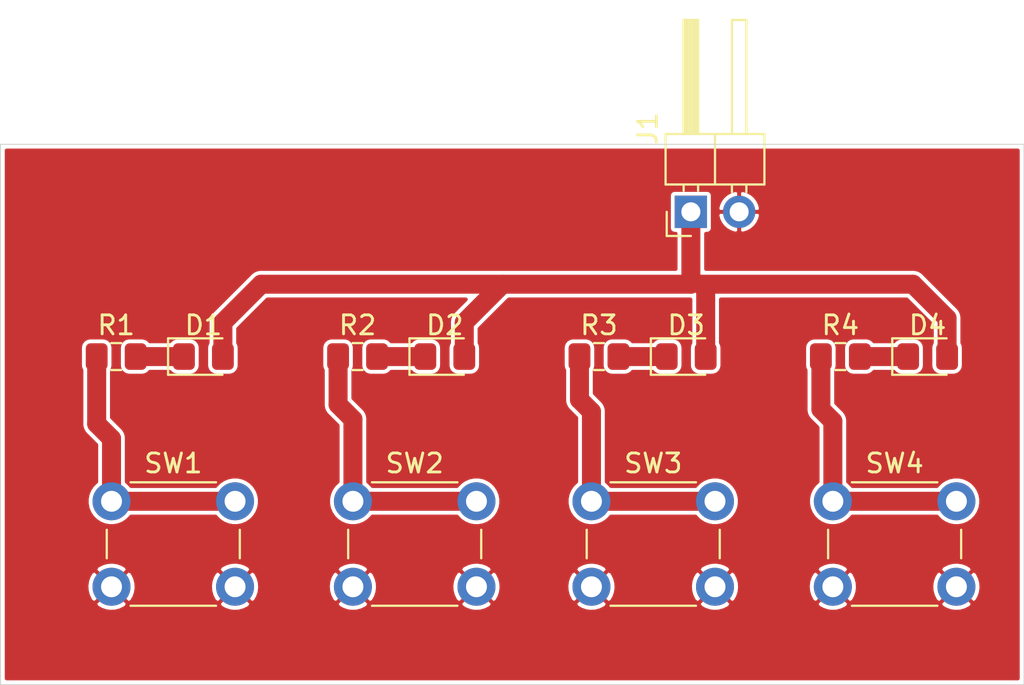
<source format=kicad_pcb>
(kicad_pcb (version 20171130) (host pcbnew "(5.1.6)-1")

  (general
    (thickness 1.6)
    (drawings 4)
    (tracks 35)
    (zones 0)
    (modules 13)
    (nets 11)
  )

  (page A4)
  (layers
    (0 F.Cu signal)
    (31 B.Cu signal)
    (32 B.Adhes user)
    (33 F.Adhes user)
    (34 B.Paste user)
    (35 F.Paste user)
    (36 B.SilkS user)
    (37 F.SilkS user)
    (38 B.Mask user)
    (39 F.Mask user)
    (40 Dwgs.User user)
    (41 Cmts.User user)
    (42 Eco1.User user)
    (43 Eco2.User user)
    (44 Edge.Cuts user)
    (45 Margin user)
    (46 B.CrtYd user)
    (47 F.CrtYd user)
    (48 B.Fab user)
    (49 F.Fab user)
  )

  (setup
    (last_trace_width 1)
    (user_trace_width 0.2)
    (user_trace_width 0.25)
    (user_trace_width 0.4)
    (user_trace_width 0.8)
    (user_trace_width 1)
    (trace_clearance 0.2)
    (zone_clearance 0.2)
    (zone_45_only yes)
    (trace_min 0.2)
    (via_size 0.8)
    (via_drill 0.4)
    (via_min_size 0.4)
    (via_min_drill 0.3)
    (uvia_size 0.3)
    (uvia_drill 0.1)
    (uvias_allowed no)
    (uvia_min_size 0.2)
    (uvia_min_drill 0.1)
    (edge_width 0.05)
    (segment_width 0.2)
    (pcb_text_width 0.3)
    (pcb_text_size 1.5 1.5)
    (mod_edge_width 0.12)
    (mod_text_size 1 1)
    (mod_text_width 0.15)
    (pad_size 1.524 1.524)
    (pad_drill 0.762)
    (pad_to_mask_clearance 0.05)
    (aux_axis_origin 0 0)
    (visible_elements 7FFFFFFF)
    (pcbplotparams
      (layerselection 0x010fc_ffffffff)
      (usegerberextensions false)
      (usegerberattributes true)
      (usegerberadvancedattributes true)
      (creategerberjobfile true)
      (excludeedgelayer true)
      (linewidth 0.100000)
      (plotframeref false)
      (viasonmask false)
      (mode 1)
      (useauxorigin false)
      (hpglpennumber 1)
      (hpglpenspeed 20)
      (hpglpendiameter 15.000000)
      (psnegative false)
      (psa4output false)
      (plotreference true)
      (plotvalue true)
      (plotinvisibletext false)
      (padsonsilk false)
      (subtractmaskfromsilk false)
      (outputformat 1)
      (mirror false)
      (drillshape 1)
      (scaleselection 1)
      (outputdirectory ""))
  )

  (net 0 "")
  (net 1 "Net-(D1-Pad1)")
  (net 2 "Net-(D2-Pad1)")
  (net 3 "Net-(D3-Pad1)")
  (net 4 "Net-(D4-Pad1)")
  (net 5 "Net-(R1-Pad1)")
  (net 6 "Net-(R2-Pad1)")
  (net 7 "Net-(R3-Pad1)")
  (net 8 "Net-(R4-Pad1)")
  (net 9 /Plus)
  (net 10 /Masse)

  (net_class Default "This is the default net class."
    (clearance 0.2)
    (trace_width 0.25)
    (via_dia 0.8)
    (via_drill 0.4)
    (uvia_dia 0.3)
    (uvia_drill 0.1)
    (add_net /Masse)
    (add_net /Plus)
    (add_net "Net-(D1-Pad1)")
    (add_net "Net-(D2-Pad1)")
    (add_net "Net-(D3-Pad1)")
    (add_net "Net-(D4-Pad1)")
    (add_net "Net-(R1-Pad1)")
    (add_net "Net-(R2-Pad1)")
    (add_net "Net-(R3-Pad1)")
    (add_net "Net-(R4-Pad1)")
  )

  (module Button_Switch_THT:SW_PUSH_6mm (layer F.Cu) (tedit 5A02FE31) (tstamp 5EC173B7)
    (at 140.82 82.55)
    (descr https://www.omron.com/ecb/products/pdf/en-b3f.pdf)
    (tags "tact sw push 6mm")
    (path /5EB7399B)
    (fp_text reference SW4 (at 3.25 -2) (layer F.SilkS)
      (effects (font (size 1 1) (thickness 0.15)))
    )
    (fp_text value Push (at 3.75 6.7) (layer F.Fab)
      (effects (font (size 1 1) (thickness 0.15)))
    )
    (fp_line (start 3.25 -0.75) (end 6.25 -0.75) (layer F.Fab) (width 0.1))
    (fp_line (start 6.25 -0.75) (end 6.25 5.25) (layer F.Fab) (width 0.1))
    (fp_line (start 6.25 5.25) (end 0.25 5.25) (layer F.Fab) (width 0.1))
    (fp_line (start 0.25 5.25) (end 0.25 -0.75) (layer F.Fab) (width 0.1))
    (fp_line (start 0.25 -0.75) (end 3.25 -0.75) (layer F.Fab) (width 0.1))
    (fp_line (start 7.75 6) (end 8 6) (layer F.CrtYd) (width 0.05))
    (fp_line (start 8 6) (end 8 5.75) (layer F.CrtYd) (width 0.05))
    (fp_line (start 7.75 -1.5) (end 8 -1.5) (layer F.CrtYd) (width 0.05))
    (fp_line (start 8 -1.5) (end 8 -1.25) (layer F.CrtYd) (width 0.05))
    (fp_line (start -1.5 -1.25) (end -1.5 -1.5) (layer F.CrtYd) (width 0.05))
    (fp_line (start -1.5 -1.5) (end -1.25 -1.5) (layer F.CrtYd) (width 0.05))
    (fp_line (start -1.5 5.75) (end -1.5 6) (layer F.CrtYd) (width 0.05))
    (fp_line (start -1.5 6) (end -1.25 6) (layer F.CrtYd) (width 0.05))
    (fp_line (start -1.25 -1.5) (end 7.75 -1.5) (layer F.CrtYd) (width 0.05))
    (fp_line (start -1.5 5.75) (end -1.5 -1.25) (layer F.CrtYd) (width 0.05))
    (fp_line (start 7.75 6) (end -1.25 6) (layer F.CrtYd) (width 0.05))
    (fp_line (start 8 -1.25) (end 8 5.75) (layer F.CrtYd) (width 0.05))
    (fp_line (start 1 5.5) (end 5.5 5.5) (layer F.SilkS) (width 0.12))
    (fp_line (start -0.25 1.5) (end -0.25 3) (layer F.SilkS) (width 0.12))
    (fp_line (start 5.5 -1) (end 1 -1) (layer F.SilkS) (width 0.12))
    (fp_line (start 6.75 3) (end 6.75 1.5) (layer F.SilkS) (width 0.12))
    (fp_circle (center 3.25 2.25) (end 1.25 2.5) (layer F.Fab) (width 0.1))
    (fp_text user %R (at 3.25 2.25) (layer F.Fab)
      (effects (font (size 1 1) (thickness 0.15)))
    )
    (pad 1 thru_hole circle (at 6.5 0 90) (size 2 2) (drill 1.1) (layers *.Cu *.Mask)
      (net 8 "Net-(R4-Pad1)"))
    (pad 2 thru_hole circle (at 6.5 4.5 90) (size 2 2) (drill 1.1) (layers *.Cu *.Mask)
      (net 10 /Masse))
    (pad 1 thru_hole circle (at 0 0 90) (size 2 2) (drill 1.1) (layers *.Cu *.Mask)
      (net 8 "Net-(R4-Pad1)"))
    (pad 2 thru_hole circle (at 0 4.5 90) (size 2 2) (drill 1.1) (layers *.Cu *.Mask)
      (net 10 /Masse))
    (model ${KISYS3DMOD}/Button_Switch_THT.3dshapes/SW_PUSH_6mm.wrl
      (at (xyz 0 0 0))
      (scale (xyz 1 1 1))
      (rotate (xyz 0 0 0))
    )
  )

  (module Button_Switch_THT:SW_PUSH_6mm (layer F.Cu) (tedit 5A02FE31) (tstamp 5EC17398)
    (at 128.12 82.55)
    (descr https://www.omron.com/ecb/products/pdf/en-b3f.pdf)
    (tags "tact sw push 6mm")
    (path /5EB733F4)
    (fp_text reference SW3 (at 3.25 -2) (layer F.SilkS)
      (effects (font (size 1 1) (thickness 0.15)))
    )
    (fp_text value Push (at 3.75 6.7) (layer F.Fab)
      (effects (font (size 1 1) (thickness 0.15)))
    )
    (fp_line (start 3.25 -0.75) (end 6.25 -0.75) (layer F.Fab) (width 0.1))
    (fp_line (start 6.25 -0.75) (end 6.25 5.25) (layer F.Fab) (width 0.1))
    (fp_line (start 6.25 5.25) (end 0.25 5.25) (layer F.Fab) (width 0.1))
    (fp_line (start 0.25 5.25) (end 0.25 -0.75) (layer F.Fab) (width 0.1))
    (fp_line (start 0.25 -0.75) (end 3.25 -0.75) (layer F.Fab) (width 0.1))
    (fp_line (start 7.75 6) (end 8 6) (layer F.CrtYd) (width 0.05))
    (fp_line (start 8 6) (end 8 5.75) (layer F.CrtYd) (width 0.05))
    (fp_line (start 7.75 -1.5) (end 8 -1.5) (layer F.CrtYd) (width 0.05))
    (fp_line (start 8 -1.5) (end 8 -1.25) (layer F.CrtYd) (width 0.05))
    (fp_line (start -1.5 -1.25) (end -1.5 -1.5) (layer F.CrtYd) (width 0.05))
    (fp_line (start -1.5 -1.5) (end -1.25 -1.5) (layer F.CrtYd) (width 0.05))
    (fp_line (start -1.5 5.75) (end -1.5 6) (layer F.CrtYd) (width 0.05))
    (fp_line (start -1.5 6) (end -1.25 6) (layer F.CrtYd) (width 0.05))
    (fp_line (start -1.25 -1.5) (end 7.75 -1.5) (layer F.CrtYd) (width 0.05))
    (fp_line (start -1.5 5.75) (end -1.5 -1.25) (layer F.CrtYd) (width 0.05))
    (fp_line (start 7.75 6) (end -1.25 6) (layer F.CrtYd) (width 0.05))
    (fp_line (start 8 -1.25) (end 8 5.75) (layer F.CrtYd) (width 0.05))
    (fp_line (start 1 5.5) (end 5.5 5.5) (layer F.SilkS) (width 0.12))
    (fp_line (start -0.25 1.5) (end -0.25 3) (layer F.SilkS) (width 0.12))
    (fp_line (start 5.5 -1) (end 1 -1) (layer F.SilkS) (width 0.12))
    (fp_line (start 6.75 3) (end 6.75 1.5) (layer F.SilkS) (width 0.12))
    (fp_circle (center 3.25 2.25) (end 1.25 2.5) (layer F.Fab) (width 0.1))
    (fp_text user %R (at 3.25 2.25) (layer F.Fab)
      (effects (font (size 1 1) (thickness 0.15)))
    )
    (pad 1 thru_hole circle (at 6.5 0 90) (size 2 2) (drill 1.1) (layers *.Cu *.Mask)
      (net 7 "Net-(R3-Pad1)"))
    (pad 2 thru_hole circle (at 6.5 4.5 90) (size 2 2) (drill 1.1) (layers *.Cu *.Mask)
      (net 10 /Masse))
    (pad 1 thru_hole circle (at 0 0 90) (size 2 2) (drill 1.1) (layers *.Cu *.Mask)
      (net 7 "Net-(R3-Pad1)"))
    (pad 2 thru_hole circle (at 0 4.5 90) (size 2 2) (drill 1.1) (layers *.Cu *.Mask)
      (net 10 /Masse))
    (model ${KISYS3DMOD}/Button_Switch_THT.3dshapes/SW_PUSH_6mm.wrl
      (at (xyz 0 0 0))
      (scale (xyz 1 1 1))
      (rotate (xyz 0 0 0))
    )
  )

  (module Button_Switch_THT:SW_PUSH_6mm (layer F.Cu) (tedit 5A02FE31) (tstamp 5EC17379)
    (at 115.57 82.55)
    (descr https://www.omron.com/ecb/products/pdf/en-b3f.pdf)
    (tags "tact sw push 6mm")
    (path /5EB72A41)
    (fp_text reference SW2 (at 3.25 -2) (layer F.SilkS)
      (effects (font (size 1 1) (thickness 0.15)))
    )
    (fp_text value Push (at 3.75 6.7) (layer F.Fab)
      (effects (font (size 1 1) (thickness 0.15)))
    )
    (fp_line (start 3.25 -0.75) (end 6.25 -0.75) (layer F.Fab) (width 0.1))
    (fp_line (start 6.25 -0.75) (end 6.25 5.25) (layer F.Fab) (width 0.1))
    (fp_line (start 6.25 5.25) (end 0.25 5.25) (layer F.Fab) (width 0.1))
    (fp_line (start 0.25 5.25) (end 0.25 -0.75) (layer F.Fab) (width 0.1))
    (fp_line (start 0.25 -0.75) (end 3.25 -0.75) (layer F.Fab) (width 0.1))
    (fp_line (start 7.75 6) (end 8 6) (layer F.CrtYd) (width 0.05))
    (fp_line (start 8 6) (end 8 5.75) (layer F.CrtYd) (width 0.05))
    (fp_line (start 7.75 -1.5) (end 8 -1.5) (layer F.CrtYd) (width 0.05))
    (fp_line (start 8 -1.5) (end 8 -1.25) (layer F.CrtYd) (width 0.05))
    (fp_line (start -1.5 -1.25) (end -1.5 -1.5) (layer F.CrtYd) (width 0.05))
    (fp_line (start -1.5 -1.5) (end -1.25 -1.5) (layer F.CrtYd) (width 0.05))
    (fp_line (start -1.5 5.75) (end -1.5 6) (layer F.CrtYd) (width 0.05))
    (fp_line (start -1.5 6) (end -1.25 6) (layer F.CrtYd) (width 0.05))
    (fp_line (start -1.25 -1.5) (end 7.75 -1.5) (layer F.CrtYd) (width 0.05))
    (fp_line (start -1.5 5.75) (end -1.5 -1.25) (layer F.CrtYd) (width 0.05))
    (fp_line (start 7.75 6) (end -1.25 6) (layer F.CrtYd) (width 0.05))
    (fp_line (start 8 -1.25) (end 8 5.75) (layer F.CrtYd) (width 0.05))
    (fp_line (start 1 5.5) (end 5.5 5.5) (layer F.SilkS) (width 0.12))
    (fp_line (start -0.25 1.5) (end -0.25 3) (layer F.SilkS) (width 0.12))
    (fp_line (start 5.5 -1) (end 1 -1) (layer F.SilkS) (width 0.12))
    (fp_line (start 6.75 3) (end 6.75 1.5) (layer F.SilkS) (width 0.12))
    (fp_circle (center 3.25 2.25) (end 1.25 2.5) (layer F.Fab) (width 0.1))
    (fp_text user %R (at 3.25 2.25) (layer F.Fab)
      (effects (font (size 1 1) (thickness 0.15)))
    )
    (pad 1 thru_hole circle (at 6.5 0 90) (size 2 2) (drill 1.1) (layers *.Cu *.Mask)
      (net 6 "Net-(R2-Pad1)"))
    (pad 2 thru_hole circle (at 6.5 4.5 90) (size 2 2) (drill 1.1) (layers *.Cu *.Mask)
      (net 10 /Masse))
    (pad 1 thru_hole circle (at 0 0 90) (size 2 2) (drill 1.1) (layers *.Cu *.Mask)
      (net 6 "Net-(R2-Pad1)"))
    (pad 2 thru_hole circle (at 0 4.5 90) (size 2 2) (drill 1.1) (layers *.Cu *.Mask)
      (net 10 /Masse))
    (model ${KISYS3DMOD}/Button_Switch_THT.3dshapes/SW_PUSH_6mm.wrl
      (at (xyz 0 0 0))
      (scale (xyz 1 1 1))
      (rotate (xyz 0 0 0))
    )
  )

  (module Button_Switch_THT:SW_PUSH_6mm (layer F.Cu) (tedit 5A02FE31) (tstamp 5EC1735A)
    (at 102.87 82.55)
    (descr https://www.omron.com/ecb/products/pdf/en-b3f.pdf)
    (tags "tact sw push 6mm")
    (path /5EB7A85F)
    (fp_text reference SW1 (at 3.25 -2) (layer F.SilkS)
      (effects (font (size 1 1) (thickness 0.15)))
    )
    (fp_text value Push (at 3.75 6.7) (layer F.Fab)
      (effects (font (size 1 1) (thickness 0.15)))
    )
    (fp_line (start 3.25 -0.75) (end 6.25 -0.75) (layer F.Fab) (width 0.1))
    (fp_line (start 6.25 -0.75) (end 6.25 5.25) (layer F.Fab) (width 0.1))
    (fp_line (start 6.25 5.25) (end 0.25 5.25) (layer F.Fab) (width 0.1))
    (fp_line (start 0.25 5.25) (end 0.25 -0.75) (layer F.Fab) (width 0.1))
    (fp_line (start 0.25 -0.75) (end 3.25 -0.75) (layer F.Fab) (width 0.1))
    (fp_line (start 7.75 6) (end 8 6) (layer F.CrtYd) (width 0.05))
    (fp_line (start 8 6) (end 8 5.75) (layer F.CrtYd) (width 0.05))
    (fp_line (start 7.75 -1.5) (end 8 -1.5) (layer F.CrtYd) (width 0.05))
    (fp_line (start 8 -1.5) (end 8 -1.25) (layer F.CrtYd) (width 0.05))
    (fp_line (start -1.5 -1.25) (end -1.5 -1.5) (layer F.CrtYd) (width 0.05))
    (fp_line (start -1.5 -1.5) (end -1.25 -1.5) (layer F.CrtYd) (width 0.05))
    (fp_line (start -1.5 5.75) (end -1.5 6) (layer F.CrtYd) (width 0.05))
    (fp_line (start -1.5 6) (end -1.25 6) (layer F.CrtYd) (width 0.05))
    (fp_line (start -1.25 -1.5) (end 7.75 -1.5) (layer F.CrtYd) (width 0.05))
    (fp_line (start -1.5 5.75) (end -1.5 -1.25) (layer F.CrtYd) (width 0.05))
    (fp_line (start 7.75 6) (end -1.25 6) (layer F.CrtYd) (width 0.05))
    (fp_line (start 8 -1.25) (end 8 5.75) (layer F.CrtYd) (width 0.05))
    (fp_line (start 1 5.5) (end 5.5 5.5) (layer F.SilkS) (width 0.12))
    (fp_line (start -0.25 1.5) (end -0.25 3) (layer F.SilkS) (width 0.12))
    (fp_line (start 5.5 -1) (end 1 -1) (layer F.SilkS) (width 0.12))
    (fp_line (start 6.75 3) (end 6.75 1.5) (layer F.SilkS) (width 0.12))
    (fp_circle (center 3.25 2.25) (end 1.25 2.5) (layer F.Fab) (width 0.1))
    (fp_text user %R (at 3.25 2.25) (layer F.Fab)
      (effects (font (size 1 1) (thickness 0.15)))
    )
    (pad 1 thru_hole circle (at 6.5 0 90) (size 2 2) (drill 1.1) (layers *.Cu *.Mask)
      (net 5 "Net-(R1-Pad1)"))
    (pad 2 thru_hole circle (at 6.5 4.5 90) (size 2 2) (drill 1.1) (layers *.Cu *.Mask)
      (net 10 /Masse))
    (pad 1 thru_hole circle (at 0 0 90) (size 2 2) (drill 1.1) (layers *.Cu *.Mask)
      (net 5 "Net-(R1-Pad1)"))
    (pad 2 thru_hole circle (at 0 4.5 90) (size 2 2) (drill 1.1) (layers *.Cu *.Mask)
      (net 10 /Masse))
    (model ${KISYS3DMOD}/Button_Switch_THT.3dshapes/SW_PUSH_6mm.wrl
      (at (xyz 0 0 0))
      (scale (xyz 1 1 1))
      (rotate (xyz 0 0 0))
    )
  )

  (module Resistor_SMD:R_0805_2012Metric_Pad1.15x1.40mm_HandSolder (layer F.Cu) (tedit 5B36C52B) (tstamp 5EC1733B)
    (at 103.115 74.93)
    (descr "Resistor SMD 0805 (2012 Metric), square (rectangular) end terminal, IPC_7351 nominal with elongated pad for handsoldering. (Body size source: https://docs.google.com/spreadsheets/d/1BsfQQcO9C6DZCsRaXUlFlo91Tg2WpOkGARC1WS5S8t0/edit?usp=sharing), generated with kicad-footprint-generator")
    (tags "resistor handsolder")
    (path /5EB78021)
    (attr smd)
    (fp_text reference R1 (at 0 -1.65) (layer F.SilkS)
      (effects (font (size 1 1) (thickness 0.15)))
    )
    (fp_text value 330R (at 0 1.65) (layer F.Fab)
      (effects (font (size 1 1) (thickness 0.15)))
    )
    (fp_line (start -1 0.6) (end -1 -0.6) (layer F.Fab) (width 0.1))
    (fp_line (start -1 -0.6) (end 1 -0.6) (layer F.Fab) (width 0.1))
    (fp_line (start 1 -0.6) (end 1 0.6) (layer F.Fab) (width 0.1))
    (fp_line (start 1 0.6) (end -1 0.6) (layer F.Fab) (width 0.1))
    (fp_line (start -0.261252 -0.71) (end 0.261252 -0.71) (layer F.SilkS) (width 0.12))
    (fp_line (start -0.261252 0.71) (end 0.261252 0.71) (layer F.SilkS) (width 0.12))
    (fp_line (start -1.85 0.95) (end -1.85 -0.95) (layer F.CrtYd) (width 0.05))
    (fp_line (start -1.85 -0.95) (end 1.85 -0.95) (layer F.CrtYd) (width 0.05))
    (fp_line (start 1.85 -0.95) (end 1.85 0.95) (layer F.CrtYd) (width 0.05))
    (fp_line (start 1.85 0.95) (end -1.85 0.95) (layer F.CrtYd) (width 0.05))
    (fp_text user %R (at 0 0) (layer F.Fab)
      (effects (font (size 0.5 0.5) (thickness 0.08)))
    )
    (pad 2 smd roundrect (at 1.025 0) (size 1.15 1.4) (layers F.Cu F.Paste F.Mask) (roundrect_rratio 0.217391)
      (net 1 "Net-(D1-Pad1)"))
    (pad 1 smd roundrect (at -1.025 0) (size 1.15 1.4) (layers F.Cu F.Paste F.Mask) (roundrect_rratio 0.217391)
      (net 5 "Net-(R1-Pad1)"))
    (model ${KISYS3DMOD}/Resistor_SMD.3dshapes/R_0805_2012Metric.wrl
      (at (xyz 0 0 0))
      (scale (xyz 1 1 1))
      (rotate (xyz 0 0 0))
    )
  )

  (module Resistor_SMD:R_0805_2012Metric_Pad1.15x1.40mm_HandSolder (layer F.Cu) (tedit 5B36C52B) (tstamp 5EC1732A)
    (at 115.815 74.93)
    (descr "Resistor SMD 0805 (2012 Metric), square (rectangular) end terminal, IPC_7351 nominal with elongated pad for handsoldering. (Body size source: https://docs.google.com/spreadsheets/d/1BsfQQcO9C6DZCsRaXUlFlo91Tg2WpOkGARC1WS5S8t0/edit?usp=sharing), generated with kicad-footprint-generator")
    (tags "resistor handsolder")
    (path /5EB6F777)
    (attr smd)
    (fp_text reference R2 (at 0 -1.65) (layer F.SilkS)
      (effects (font (size 1 1) (thickness 0.15)))
    )
    (fp_text value 330R (at 0 1.65) (layer F.Fab)
      (effects (font (size 1 1) (thickness 0.15)))
    )
    (fp_line (start -1 0.6) (end -1 -0.6) (layer F.Fab) (width 0.1))
    (fp_line (start -1 -0.6) (end 1 -0.6) (layer F.Fab) (width 0.1))
    (fp_line (start 1 -0.6) (end 1 0.6) (layer F.Fab) (width 0.1))
    (fp_line (start 1 0.6) (end -1 0.6) (layer F.Fab) (width 0.1))
    (fp_line (start -0.261252 -0.71) (end 0.261252 -0.71) (layer F.SilkS) (width 0.12))
    (fp_line (start -0.261252 0.71) (end 0.261252 0.71) (layer F.SilkS) (width 0.12))
    (fp_line (start -1.85 0.95) (end -1.85 -0.95) (layer F.CrtYd) (width 0.05))
    (fp_line (start -1.85 -0.95) (end 1.85 -0.95) (layer F.CrtYd) (width 0.05))
    (fp_line (start 1.85 -0.95) (end 1.85 0.95) (layer F.CrtYd) (width 0.05))
    (fp_line (start 1.85 0.95) (end -1.85 0.95) (layer F.CrtYd) (width 0.05))
    (fp_text user %R (at 0 0) (layer F.Fab)
      (effects (font (size 0.5 0.5) (thickness 0.08)))
    )
    (pad 2 smd roundrect (at 1.025 0) (size 1.15 1.4) (layers F.Cu F.Paste F.Mask) (roundrect_rratio 0.217391)
      (net 2 "Net-(D2-Pad1)"))
    (pad 1 smd roundrect (at -1.025 0) (size 1.15 1.4) (layers F.Cu F.Paste F.Mask) (roundrect_rratio 0.217391)
      (net 6 "Net-(R2-Pad1)"))
    (model ${KISYS3DMOD}/Resistor_SMD.3dshapes/R_0805_2012Metric.wrl
      (at (xyz 0 0 0))
      (scale (xyz 1 1 1))
      (rotate (xyz 0 0 0))
    )
  )

  (module Resistor_SMD:R_0805_2012Metric_Pad1.15x1.40mm_HandSolder (layer F.Cu) (tedit 5B36C52B) (tstamp 5EC17319)
    (at 128.515 74.93)
    (descr "Resistor SMD 0805 (2012 Metric), square (rectangular) end terminal, IPC_7351 nominal with elongated pad for handsoldering. (Body size source: https://docs.google.com/spreadsheets/d/1BsfQQcO9C6DZCsRaXUlFlo91Tg2WpOkGARC1WS5S8t0/edit?usp=sharing), generated with kicad-footprint-generator")
    (tags "resistor handsolder")
    (path /5EB70A82)
    (attr smd)
    (fp_text reference R3 (at 0 -1.65) (layer F.SilkS)
      (effects (font (size 1 1) (thickness 0.15)))
    )
    (fp_text value 330R (at 0 1.65) (layer F.Fab)
      (effects (font (size 1 1) (thickness 0.15)))
    )
    (fp_line (start -1 0.6) (end -1 -0.6) (layer F.Fab) (width 0.1))
    (fp_line (start -1 -0.6) (end 1 -0.6) (layer F.Fab) (width 0.1))
    (fp_line (start 1 -0.6) (end 1 0.6) (layer F.Fab) (width 0.1))
    (fp_line (start 1 0.6) (end -1 0.6) (layer F.Fab) (width 0.1))
    (fp_line (start -0.261252 -0.71) (end 0.261252 -0.71) (layer F.SilkS) (width 0.12))
    (fp_line (start -0.261252 0.71) (end 0.261252 0.71) (layer F.SilkS) (width 0.12))
    (fp_line (start -1.85 0.95) (end -1.85 -0.95) (layer F.CrtYd) (width 0.05))
    (fp_line (start -1.85 -0.95) (end 1.85 -0.95) (layer F.CrtYd) (width 0.05))
    (fp_line (start 1.85 -0.95) (end 1.85 0.95) (layer F.CrtYd) (width 0.05))
    (fp_line (start 1.85 0.95) (end -1.85 0.95) (layer F.CrtYd) (width 0.05))
    (fp_text user %R (at 0 0) (layer F.Fab)
      (effects (font (size 0.5 0.5) (thickness 0.08)))
    )
    (pad 2 smd roundrect (at 1.025 0) (size 1.15 1.4) (layers F.Cu F.Paste F.Mask) (roundrect_rratio 0.217391)
      (net 3 "Net-(D3-Pad1)"))
    (pad 1 smd roundrect (at -1.025 0) (size 1.15 1.4) (layers F.Cu F.Paste F.Mask) (roundrect_rratio 0.217391)
      (net 7 "Net-(R3-Pad1)"))
    (model ${KISYS3DMOD}/Resistor_SMD.3dshapes/R_0805_2012Metric.wrl
      (at (xyz 0 0 0))
      (scale (xyz 1 1 1))
      (rotate (xyz 0 0 0))
    )
  )

  (module Resistor_SMD:R_0805_2012Metric_Pad1.15x1.40mm_HandSolder (layer F.Cu) (tedit 5B36C52B) (tstamp 5EC17308)
    (at 141.215 74.93)
    (descr "Resistor SMD 0805 (2012 Metric), square (rectangular) end terminal, IPC_7351 nominal with elongated pad for handsoldering. (Body size source: https://docs.google.com/spreadsheets/d/1BsfQQcO9C6DZCsRaXUlFlo91Tg2WpOkGARC1WS5S8t0/edit?usp=sharing), generated with kicad-footprint-generator")
    (tags "resistor handsolder")
    (path /5EB71F32)
    (attr smd)
    (fp_text reference R4 (at 0 -1.65) (layer F.SilkS)
      (effects (font (size 1 1) (thickness 0.15)))
    )
    (fp_text value 330R (at 0 1.65) (layer F.Fab)
      (effects (font (size 1 1) (thickness 0.15)))
    )
    (fp_line (start -1 0.6) (end -1 -0.6) (layer F.Fab) (width 0.1))
    (fp_line (start -1 -0.6) (end 1 -0.6) (layer F.Fab) (width 0.1))
    (fp_line (start 1 -0.6) (end 1 0.6) (layer F.Fab) (width 0.1))
    (fp_line (start 1 0.6) (end -1 0.6) (layer F.Fab) (width 0.1))
    (fp_line (start -0.261252 -0.71) (end 0.261252 -0.71) (layer F.SilkS) (width 0.12))
    (fp_line (start -0.261252 0.71) (end 0.261252 0.71) (layer F.SilkS) (width 0.12))
    (fp_line (start -1.85 0.95) (end -1.85 -0.95) (layer F.CrtYd) (width 0.05))
    (fp_line (start -1.85 -0.95) (end 1.85 -0.95) (layer F.CrtYd) (width 0.05))
    (fp_line (start 1.85 -0.95) (end 1.85 0.95) (layer F.CrtYd) (width 0.05))
    (fp_line (start 1.85 0.95) (end -1.85 0.95) (layer F.CrtYd) (width 0.05))
    (fp_text user %R (at 0 0) (layer F.Fab)
      (effects (font (size 0.5 0.5) (thickness 0.08)))
    )
    (pad 2 smd roundrect (at 1.025 0) (size 1.15 1.4) (layers F.Cu F.Paste F.Mask) (roundrect_rratio 0.217391)
      (net 4 "Net-(D4-Pad1)"))
    (pad 1 smd roundrect (at -1.025 0) (size 1.15 1.4) (layers F.Cu F.Paste F.Mask) (roundrect_rratio 0.217391)
      (net 8 "Net-(R4-Pad1)"))
    (model ${KISYS3DMOD}/Resistor_SMD.3dshapes/R_0805_2012Metric.wrl
      (at (xyz 0 0 0))
      (scale (xyz 1 1 1))
      (rotate (xyz 0 0 0))
    )
  )

  (module Connector_PinHeader_2.54mm:PinHeader_1x02_P2.54mm_Horizontal (layer F.Cu) (tedit 59FED5CB) (tstamp 5EC172F7)
    (at 133.35 67.31 90)
    (descr "Through hole angled pin header, 1x02, 2.54mm pitch, 6mm pin length, single row")
    (tags "Through hole angled pin header THT 1x02 2.54mm single row")
    (path /5EB78E5B)
    (fp_text reference J1 (at 4.385 -2.27 90) (layer F.SilkS)
      (effects (font (size 1 1) (thickness 0.15)))
    )
    (fp_text value Conn_01x02_Male (at 4.385 4.81 90) (layer F.Fab)
      (effects (font (size 1 1) (thickness 0.15)))
    )
    (fp_line (start 2.135 -1.27) (end 4.04 -1.27) (layer F.Fab) (width 0.1))
    (fp_line (start 4.04 -1.27) (end 4.04 3.81) (layer F.Fab) (width 0.1))
    (fp_line (start 4.04 3.81) (end 1.5 3.81) (layer F.Fab) (width 0.1))
    (fp_line (start 1.5 3.81) (end 1.5 -0.635) (layer F.Fab) (width 0.1))
    (fp_line (start 1.5 -0.635) (end 2.135 -1.27) (layer F.Fab) (width 0.1))
    (fp_line (start -0.32 -0.32) (end 1.5 -0.32) (layer F.Fab) (width 0.1))
    (fp_line (start -0.32 -0.32) (end -0.32 0.32) (layer F.Fab) (width 0.1))
    (fp_line (start -0.32 0.32) (end 1.5 0.32) (layer F.Fab) (width 0.1))
    (fp_line (start 4.04 -0.32) (end 10.04 -0.32) (layer F.Fab) (width 0.1))
    (fp_line (start 10.04 -0.32) (end 10.04 0.32) (layer F.Fab) (width 0.1))
    (fp_line (start 4.04 0.32) (end 10.04 0.32) (layer F.Fab) (width 0.1))
    (fp_line (start -0.32 2.22) (end 1.5 2.22) (layer F.Fab) (width 0.1))
    (fp_line (start -0.32 2.22) (end -0.32 2.86) (layer F.Fab) (width 0.1))
    (fp_line (start -0.32 2.86) (end 1.5 2.86) (layer F.Fab) (width 0.1))
    (fp_line (start 4.04 2.22) (end 10.04 2.22) (layer F.Fab) (width 0.1))
    (fp_line (start 10.04 2.22) (end 10.04 2.86) (layer F.Fab) (width 0.1))
    (fp_line (start 4.04 2.86) (end 10.04 2.86) (layer F.Fab) (width 0.1))
    (fp_line (start 1.44 -1.33) (end 1.44 3.87) (layer F.SilkS) (width 0.12))
    (fp_line (start 1.44 3.87) (end 4.1 3.87) (layer F.SilkS) (width 0.12))
    (fp_line (start 4.1 3.87) (end 4.1 -1.33) (layer F.SilkS) (width 0.12))
    (fp_line (start 4.1 -1.33) (end 1.44 -1.33) (layer F.SilkS) (width 0.12))
    (fp_line (start 4.1 -0.38) (end 10.1 -0.38) (layer F.SilkS) (width 0.12))
    (fp_line (start 10.1 -0.38) (end 10.1 0.38) (layer F.SilkS) (width 0.12))
    (fp_line (start 10.1 0.38) (end 4.1 0.38) (layer F.SilkS) (width 0.12))
    (fp_line (start 4.1 -0.32) (end 10.1 -0.32) (layer F.SilkS) (width 0.12))
    (fp_line (start 4.1 -0.2) (end 10.1 -0.2) (layer F.SilkS) (width 0.12))
    (fp_line (start 4.1 -0.08) (end 10.1 -0.08) (layer F.SilkS) (width 0.12))
    (fp_line (start 4.1 0.04) (end 10.1 0.04) (layer F.SilkS) (width 0.12))
    (fp_line (start 4.1 0.16) (end 10.1 0.16) (layer F.SilkS) (width 0.12))
    (fp_line (start 4.1 0.28) (end 10.1 0.28) (layer F.SilkS) (width 0.12))
    (fp_line (start 1.11 -0.38) (end 1.44 -0.38) (layer F.SilkS) (width 0.12))
    (fp_line (start 1.11 0.38) (end 1.44 0.38) (layer F.SilkS) (width 0.12))
    (fp_line (start 1.44 1.27) (end 4.1 1.27) (layer F.SilkS) (width 0.12))
    (fp_line (start 4.1 2.16) (end 10.1 2.16) (layer F.SilkS) (width 0.12))
    (fp_line (start 10.1 2.16) (end 10.1 2.92) (layer F.SilkS) (width 0.12))
    (fp_line (start 10.1 2.92) (end 4.1 2.92) (layer F.SilkS) (width 0.12))
    (fp_line (start 1.042929 2.16) (end 1.44 2.16) (layer F.SilkS) (width 0.12))
    (fp_line (start 1.042929 2.92) (end 1.44 2.92) (layer F.SilkS) (width 0.12))
    (fp_line (start -1.27 0) (end -1.27 -1.27) (layer F.SilkS) (width 0.12))
    (fp_line (start -1.27 -1.27) (end 0 -1.27) (layer F.SilkS) (width 0.12))
    (fp_line (start -1.8 -1.8) (end -1.8 4.35) (layer F.CrtYd) (width 0.05))
    (fp_line (start -1.8 4.35) (end 10.55 4.35) (layer F.CrtYd) (width 0.05))
    (fp_line (start 10.55 4.35) (end 10.55 -1.8) (layer F.CrtYd) (width 0.05))
    (fp_line (start 10.55 -1.8) (end -1.8 -1.8) (layer F.CrtYd) (width 0.05))
    (fp_text user %R (at 2.77 1.27) (layer F.Fab)
      (effects (font (size 1 1) (thickness 0.15)))
    )
    (pad 2 thru_hole oval (at 0 2.54 90) (size 1.7 1.7) (drill 1) (layers *.Cu *.Mask)
      (net 10 /Masse))
    (pad 1 thru_hole rect (at 0 0 90) (size 1.7 1.7) (drill 1) (layers *.Cu *.Mask)
      (net 9 /Plus))
    (model ${KISYS3DMOD}/Connector_PinHeader_2.54mm.3dshapes/PinHeader_1x02_P2.54mm_Horizontal.wrl
      (at (xyz 0 0 0))
      (scale (xyz 1 1 1))
      (rotate (xyz 0 0 0))
    )
  )

  (module LED_SMD:LED_0805_2012Metric_Pad1.15x1.40mm_HandSolder (layer F.Cu) (tedit 5B4B45C9) (tstamp 5EC172C4)
    (at 120.405 74.93)
    (descr "LED SMD 0805 (2012 Metric), square (rectangular) end terminal, IPC_7351 nominal, (Body size source: https://docs.google.com/spreadsheets/d/1BsfQQcO9C6DZCsRaXUlFlo91Tg2WpOkGARC1WS5S8t0/edit?usp=sharing), generated with kicad-footprint-generator")
    (tags "LED handsolder")
    (path /5EB6F771)
    (attr smd)
    (fp_text reference D2 (at 0 -1.65) (layer F.SilkS)
      (effects (font (size 1 1) (thickness 0.15)))
    )
    (fp_text value "Led Bleue" (at 0 1.65) (layer F.Fab)
      (effects (font (size 1 1) (thickness 0.15)))
    )
    (fp_line (start 1 -0.6) (end -0.7 -0.6) (layer F.Fab) (width 0.1))
    (fp_line (start -0.7 -0.6) (end -1 -0.3) (layer F.Fab) (width 0.1))
    (fp_line (start -1 -0.3) (end -1 0.6) (layer F.Fab) (width 0.1))
    (fp_line (start -1 0.6) (end 1 0.6) (layer F.Fab) (width 0.1))
    (fp_line (start 1 0.6) (end 1 -0.6) (layer F.Fab) (width 0.1))
    (fp_line (start 1 -0.96) (end -1.86 -0.96) (layer F.SilkS) (width 0.12))
    (fp_line (start -1.86 -0.96) (end -1.86 0.96) (layer F.SilkS) (width 0.12))
    (fp_line (start -1.86 0.96) (end 1 0.96) (layer F.SilkS) (width 0.12))
    (fp_line (start -1.85 0.95) (end -1.85 -0.95) (layer F.CrtYd) (width 0.05))
    (fp_line (start -1.85 -0.95) (end 1.85 -0.95) (layer F.CrtYd) (width 0.05))
    (fp_line (start 1.85 -0.95) (end 1.85 0.95) (layer F.CrtYd) (width 0.05))
    (fp_line (start 1.85 0.95) (end -1.85 0.95) (layer F.CrtYd) (width 0.05))
    (fp_text user %R (at 0 0) (layer F.Fab)
      (effects (font (size 0.5 0.5) (thickness 0.08)))
    )
    (pad 2 smd roundrect (at 1.025 0) (size 1.15 1.4) (layers F.Cu F.Paste F.Mask) (roundrect_rratio 0.217391)
      (net 9 /Plus))
    (pad 1 smd roundrect (at -1.025 0) (size 1.15 1.4) (layers F.Cu F.Paste F.Mask) (roundrect_rratio 0.217391)
      (net 2 "Net-(D2-Pad1)"))
    (model ${KISYS3DMOD}/LED_SMD.3dshapes/LED_0805_2012Metric.wrl
      (at (xyz 0 0 0))
      (scale (xyz 1 1 1))
      (rotate (xyz 0 0 0))
    )
  )

  (module LED_SMD:LED_0805_2012Metric_Pad1.15x1.40mm_HandSolder (layer F.Cu) (tedit 5B4B45C9) (tstamp 5EC172B1)
    (at 133.105 74.93)
    (descr "LED SMD 0805 (2012 Metric), square (rectangular) end terminal, IPC_7351 nominal, (Body size source: https://docs.google.com/spreadsheets/d/1BsfQQcO9C6DZCsRaXUlFlo91Tg2WpOkGARC1WS5S8t0/edit?usp=sharing), generated with kicad-footprint-generator")
    (tags "LED handsolder")
    (path /5EB70A7C)
    (attr smd)
    (fp_text reference D3 (at 0 -1.65) (layer F.SilkS)
      (effects (font (size 1 1) (thickness 0.15)))
    )
    (fp_text value "Led Verte" (at 0 1.65) (layer F.Fab)
      (effects (font (size 1 1) (thickness 0.15)))
    )
    (fp_line (start 1 -0.6) (end -0.7 -0.6) (layer F.Fab) (width 0.1))
    (fp_line (start -0.7 -0.6) (end -1 -0.3) (layer F.Fab) (width 0.1))
    (fp_line (start -1 -0.3) (end -1 0.6) (layer F.Fab) (width 0.1))
    (fp_line (start -1 0.6) (end 1 0.6) (layer F.Fab) (width 0.1))
    (fp_line (start 1 0.6) (end 1 -0.6) (layer F.Fab) (width 0.1))
    (fp_line (start 1 -0.96) (end -1.86 -0.96) (layer F.SilkS) (width 0.12))
    (fp_line (start -1.86 -0.96) (end -1.86 0.96) (layer F.SilkS) (width 0.12))
    (fp_line (start -1.86 0.96) (end 1 0.96) (layer F.SilkS) (width 0.12))
    (fp_line (start -1.85 0.95) (end -1.85 -0.95) (layer F.CrtYd) (width 0.05))
    (fp_line (start -1.85 -0.95) (end 1.85 -0.95) (layer F.CrtYd) (width 0.05))
    (fp_line (start 1.85 -0.95) (end 1.85 0.95) (layer F.CrtYd) (width 0.05))
    (fp_line (start 1.85 0.95) (end -1.85 0.95) (layer F.CrtYd) (width 0.05))
    (fp_text user %R (at 0 0) (layer F.Fab)
      (effects (font (size 0.5 0.5) (thickness 0.08)))
    )
    (pad 2 smd roundrect (at 1.025 0) (size 1.15 1.4) (layers F.Cu F.Paste F.Mask) (roundrect_rratio 0.217391)
      (net 9 /Plus))
    (pad 1 smd roundrect (at -1.025 0) (size 1.15 1.4) (layers F.Cu F.Paste F.Mask) (roundrect_rratio 0.217391)
      (net 3 "Net-(D3-Pad1)"))
    (model ${KISYS3DMOD}/LED_SMD.3dshapes/LED_0805_2012Metric.wrl
      (at (xyz 0 0 0))
      (scale (xyz 1 1 1))
      (rotate (xyz 0 0 0))
    )
  )

  (module LED_SMD:LED_0805_2012Metric_Pad1.15x1.40mm_HandSolder (layer F.Cu) (tedit 5B4B45C9) (tstamp 5EC1729E)
    (at 145.805 74.93)
    (descr "LED SMD 0805 (2012 Metric), square (rectangular) end terminal, IPC_7351 nominal, (Body size source: https://docs.google.com/spreadsheets/d/1BsfQQcO9C6DZCsRaXUlFlo91Tg2WpOkGARC1WS5S8t0/edit?usp=sharing), generated with kicad-footprint-generator")
    (tags "LED handsolder")
    (path /5EB71F2C)
    (attr smd)
    (fp_text reference D4 (at 0 -1.65) (layer F.SilkS)
      (effects (font (size 1 1) (thickness 0.15)))
    )
    (fp_text value "Led Rouge" (at 0 1.65) (layer F.Fab)
      (effects (font (size 1 1) (thickness 0.15)))
    )
    (fp_line (start 1 -0.6) (end -0.7 -0.6) (layer F.Fab) (width 0.1))
    (fp_line (start -0.7 -0.6) (end -1 -0.3) (layer F.Fab) (width 0.1))
    (fp_line (start -1 -0.3) (end -1 0.6) (layer F.Fab) (width 0.1))
    (fp_line (start -1 0.6) (end 1 0.6) (layer F.Fab) (width 0.1))
    (fp_line (start 1 0.6) (end 1 -0.6) (layer F.Fab) (width 0.1))
    (fp_line (start 1 -0.96) (end -1.86 -0.96) (layer F.SilkS) (width 0.12))
    (fp_line (start -1.86 -0.96) (end -1.86 0.96) (layer F.SilkS) (width 0.12))
    (fp_line (start -1.86 0.96) (end 1 0.96) (layer F.SilkS) (width 0.12))
    (fp_line (start -1.85 0.95) (end -1.85 -0.95) (layer F.CrtYd) (width 0.05))
    (fp_line (start -1.85 -0.95) (end 1.85 -0.95) (layer F.CrtYd) (width 0.05))
    (fp_line (start 1.85 -0.95) (end 1.85 0.95) (layer F.CrtYd) (width 0.05))
    (fp_line (start 1.85 0.95) (end -1.85 0.95) (layer F.CrtYd) (width 0.05))
    (fp_text user %R (at 0 0) (layer F.Fab)
      (effects (font (size 0.5 0.5) (thickness 0.08)))
    )
    (pad 2 smd roundrect (at 1.025 0) (size 1.15 1.4) (layers F.Cu F.Paste F.Mask) (roundrect_rratio 0.217391)
      (net 9 /Plus))
    (pad 1 smd roundrect (at -1.025 0) (size 1.15 1.4) (layers F.Cu F.Paste F.Mask) (roundrect_rratio 0.217391)
      (net 4 "Net-(D4-Pad1)"))
    (model ${KISYS3DMOD}/LED_SMD.3dshapes/LED_0805_2012Metric.wrl
      (at (xyz 0 0 0))
      (scale (xyz 1 1 1))
      (rotate (xyz 0 0 0))
    )
  )

  (module LED_SMD:LED_0805_2012Metric_Pad1.15x1.40mm_HandSolder (layer F.Cu) (tedit 5B4B45C9) (tstamp 5EC1728B)
    (at 107.705 74.93)
    (descr "LED SMD 0805 (2012 Metric), square (rectangular) end terminal, IPC_7351 nominal, (Body size source: https://docs.google.com/spreadsheets/d/1BsfQQcO9C6DZCsRaXUlFlo91Tg2WpOkGARC1WS5S8t0/edit?usp=sharing), generated with kicad-footprint-generator")
    (tags "LED handsolder")
    (path /5EB7640F)
    (attr smd)
    (fp_text reference D1 (at 0 -1.65) (layer F.SilkS)
      (effects (font (size 1 1) (thickness 0.15)))
    )
    (fp_text value "Led UV" (at 0 1.65) (layer F.Fab)
      (effects (font (size 1 1) (thickness 0.15)))
    )
    (fp_line (start 1 -0.6) (end -0.7 -0.6) (layer F.Fab) (width 0.1))
    (fp_line (start -0.7 -0.6) (end -1 -0.3) (layer F.Fab) (width 0.1))
    (fp_line (start -1 -0.3) (end -1 0.6) (layer F.Fab) (width 0.1))
    (fp_line (start -1 0.6) (end 1 0.6) (layer F.Fab) (width 0.1))
    (fp_line (start 1 0.6) (end 1 -0.6) (layer F.Fab) (width 0.1))
    (fp_line (start 1 -0.96) (end -1.86 -0.96) (layer F.SilkS) (width 0.12))
    (fp_line (start -1.86 -0.96) (end -1.86 0.96) (layer F.SilkS) (width 0.12))
    (fp_line (start -1.86 0.96) (end 1 0.96) (layer F.SilkS) (width 0.12))
    (fp_line (start -1.85 0.95) (end -1.85 -0.95) (layer F.CrtYd) (width 0.05))
    (fp_line (start -1.85 -0.95) (end 1.85 -0.95) (layer F.CrtYd) (width 0.05))
    (fp_line (start 1.85 -0.95) (end 1.85 0.95) (layer F.CrtYd) (width 0.05))
    (fp_line (start 1.85 0.95) (end -1.85 0.95) (layer F.CrtYd) (width 0.05))
    (fp_text user %R (at 0 0) (layer F.Fab)
      (effects (font (size 0.5 0.5) (thickness 0.08)))
    )
    (pad 2 smd roundrect (at 1.025 0) (size 1.15 1.4) (layers F.Cu F.Paste F.Mask) (roundrect_rratio 0.217391)
      (net 9 /Plus))
    (pad 1 smd roundrect (at -1.025 0) (size 1.15 1.4) (layers F.Cu F.Paste F.Mask) (roundrect_rratio 0.217391)
      (net 1 "Net-(D1-Pad1)"))
    (model ${KISYS3DMOD}/LED_SMD.3dshapes/LED_0805_2012Metric.wrl
      (at (xyz 0 0 0))
      (scale (xyz 1 1 1))
      (rotate (xyz 0 0 0))
    )
  )

  (gr_line (start 97.028 92.202) (end 97.028 63.754) (layer Edge.Cuts) (width 0.05) (tstamp 5EC409D4))
  (gr_line (start 150.876 92.202) (end 97.028 92.202) (layer Edge.Cuts) (width 0.05))
  (gr_line (start 150.876 63.754) (end 150.876 92.202) (layer Edge.Cuts) (width 0.05))
  (gr_line (start 97.028 63.754) (end 150.876 63.754) (layer Edge.Cuts) (width 0.05))

  (segment (start 104.14 74.93) (end 106.68 74.93) (width 1) (layer F.Cu) (net 1))
  (segment (start 116.84 74.93) (end 119.38 74.93) (width 1) (layer F.Cu) (net 2))
  (segment (start 129.54 74.93) (end 132.08 74.93) (width 1) (layer F.Cu) (net 3))
  (segment (start 144.78 74.93) (end 142.24 74.93) (width 1) (layer F.Cu) (net 4))
  (segment (start 109.37 82.55) (end 102.87 82.55) (width 1) (layer F.Cu) (net 5))
  (segment (start 102.87 82.55) (end 102.87 79.248) (width 1) (layer F.Cu) (net 5))
  (segment (start 102.09 78.468) (end 102.09 74.93) (width 1) (layer F.Cu) (net 5))
  (segment (start 102.87 79.248) (end 102.09 78.468) (width 1) (layer F.Cu) (net 5))
  (segment (start 115.57 82.55) (end 115.57 78.232) (width 1) (layer F.Cu) (net 6))
  (segment (start 115.57 78.232) (end 114.79 77.452) (width 1) (layer F.Cu) (net 6))
  (segment (start 114.79 77.452) (end 114.79 74.93) (width 1) (layer F.Cu) (net 6))
  (segment (start 115.57 82.55) (end 122.07 82.55) (width 1) (layer F.Cu) (net 6))
  (segment (start 128.12 82.55) (end 134.62 82.55) (width 1) (layer F.Cu) (net 7))
  (segment (start 127.49 77.198) (end 128.12 77.828) (width 1) (layer F.Cu) (net 7))
  (segment (start 127.49 74.93) (end 127.49 77.198) (width 1) (layer F.Cu) (net 7))
  (segment (start 128.12 77.828) (end 128.12 82.55) (width 1) (layer F.Cu) (net 7))
  (segment (start 140.19 74.93) (end 140.19 77.706) (width 1) (layer F.Cu) (net 8))
  (segment (start 140.19 77.706) (end 140.82 78.336) (width 1) (layer F.Cu) (net 8))
  (segment (start 140.82 78.336) (end 140.82 82.55) (width 1) (layer F.Cu) (net 8))
  (segment (start 140.82 82.55) (end 147.32 82.55) (width 1) (layer F.Cu) (net 8))
  (segment (start 134.13 71.646) (end 133.604 71.12) (width 0.25) (layer F.Cu) (net 9))
  (segment (start 134.13 74.93) (end 134.13 71.646) (width 0.25) (layer F.Cu) (net 9))
  (segment (start 133.604 71.12) (end 145.034 71.12) (width 0.25) (layer F.Cu) (net 9))
  (segment (start 133.35 71.12) (end 133.604 71.12) (width 0.25) (layer F.Cu) (net 9))
  (segment (start 108.73 73.134) (end 110.744 71.12) (width 1) (layer F.Cu) (net 9))
  (segment (start 108.73 74.93) (end 108.73 73.134) (width 1) (layer F.Cu) (net 9))
  (segment (start 145.034 71.12) (end 146.83 72.916) (width 1) (layer F.Cu) (net 9))
  (segment (start 146.83 72.916) (end 146.83 74.93) (width 1) (layer F.Cu) (net 9))
  (segment (start 121.43 74.93) (end 121.43 73.134) (width 1) (layer F.Cu) (net 9))
  (segment (start 121.43 73.134) (end 123.444 71.12) (width 1) (layer F.Cu) (net 9))
  (segment (start 134.13 71.392) (end 133.858 71.12) (width 1) (layer F.Cu) (net 9))
  (segment (start 134.13 74.93) (end 134.13 71.392) (width 1) (layer F.Cu) (net 9))
  (segment (start 133.858 71.12) (end 145.034 71.12) (width 1) (layer F.Cu) (net 9))
  (segment (start 133.35 71.12) (end 133.35 67.31) (width 1) (layer F.Cu) (net 9))
  (segment (start 110.744 71.12) (end 133.35 71.12) (width 1) (layer F.Cu) (net 9))

  (zone (net 10) (net_name /Masse) (layer F.Cu) (tstamp 0) (hatch edge 0.508)
    (connect_pads (clearance 0.2))
    (min_thickness 0.2)
    (fill yes (arc_segments 32) (thermal_gap 0.21) (thermal_bridge_width 0.21))
    (polygon
      (pts
        (xy 150.876 92.202) (xy 97.028 92.202) (xy 97.028 63.754) (xy 150.876 63.754)
      )
    )
    (filled_polygon
      (pts
        (xy 150.551001 91.877) (xy 97.353 91.877) (xy 97.353 87.92952) (xy 101.997551 87.92952) (xy 102.100326 88.117873)
        (xy 102.323446 88.247509) (xy 102.56757 88.331128) (xy 102.823318 88.365512) (xy 103.080859 88.349342) (xy 103.330296 88.283239)
        (xy 103.562044 88.169743) (xy 103.639674 88.117873) (xy 103.742449 87.92952) (xy 108.497551 87.92952) (xy 108.600326 88.117873)
        (xy 108.823446 88.247509) (xy 109.06757 88.331128) (xy 109.323318 88.365512) (xy 109.580859 88.349342) (xy 109.830296 88.283239)
        (xy 110.062044 88.169743) (xy 110.139674 88.117873) (xy 110.242449 87.92952) (xy 114.697551 87.92952) (xy 114.800326 88.117873)
        (xy 115.023446 88.247509) (xy 115.26757 88.331128) (xy 115.523318 88.365512) (xy 115.780859 88.349342) (xy 116.030296 88.283239)
        (xy 116.262044 88.169743) (xy 116.339674 88.117873) (xy 116.442449 87.92952) (xy 121.197551 87.92952) (xy 121.300326 88.117873)
        (xy 121.523446 88.247509) (xy 121.76757 88.331128) (xy 122.023318 88.365512) (xy 122.280859 88.349342) (xy 122.530296 88.283239)
        (xy 122.762044 88.169743) (xy 122.839674 88.117873) (xy 122.942449 87.92952) (xy 127.247551 87.92952) (xy 127.350326 88.117873)
        (xy 127.573446 88.247509) (xy 127.81757 88.331128) (xy 128.073318 88.365512) (xy 128.330859 88.349342) (xy 128.580296 88.283239)
        (xy 128.812044 88.169743) (xy 128.889674 88.117873) (xy 128.992449 87.92952) (xy 133.747551 87.92952) (xy 133.850326 88.117873)
        (xy 134.073446 88.247509) (xy 134.31757 88.331128) (xy 134.573318 88.365512) (xy 134.830859 88.349342) (xy 135.080296 88.283239)
        (xy 135.312044 88.169743) (xy 135.389674 88.117873) (xy 135.492449 87.92952) (xy 139.947551 87.92952) (xy 140.050326 88.117873)
        (xy 140.273446 88.247509) (xy 140.51757 88.331128) (xy 140.773318 88.365512) (xy 141.030859 88.349342) (xy 141.280296 88.283239)
        (xy 141.512044 88.169743) (xy 141.589674 88.117873) (xy 141.692449 87.92952) (xy 146.447551 87.92952) (xy 146.550326 88.117873)
        (xy 146.773446 88.247509) (xy 147.01757 88.331128) (xy 147.273318 88.365512) (xy 147.530859 88.349342) (xy 147.780296 88.283239)
        (xy 148.012044 88.169743) (xy 148.089674 88.117873) (xy 148.192449 87.92952) (xy 147.32 87.057071) (xy 146.447551 87.92952)
        (xy 141.692449 87.92952) (xy 140.82 87.057071) (xy 139.947551 87.92952) (xy 135.492449 87.92952) (xy 134.62 87.057071)
        (xy 133.747551 87.92952) (xy 128.992449 87.92952) (xy 128.12 87.057071) (xy 127.247551 87.92952) (xy 122.942449 87.92952)
        (xy 122.07 87.057071) (xy 121.197551 87.92952) (xy 116.442449 87.92952) (xy 115.57 87.057071) (xy 114.697551 87.92952)
        (xy 110.242449 87.92952) (xy 109.37 87.057071) (xy 108.497551 87.92952) (xy 103.742449 87.92952) (xy 102.87 87.057071)
        (xy 101.997551 87.92952) (xy 97.353 87.92952) (xy 97.353 87.003318) (xy 101.554488 87.003318) (xy 101.570658 87.260859)
        (xy 101.636761 87.510296) (xy 101.750257 87.742044) (xy 101.802127 87.819674) (xy 101.99048 87.922449) (xy 102.862929 87.05)
        (xy 102.877071 87.05) (xy 103.74952 87.922449) (xy 103.937873 87.819674) (xy 104.067509 87.596554) (xy 104.151128 87.35243)
        (xy 104.185512 87.096682) (xy 104.179651 87.003318) (xy 108.054488 87.003318) (xy 108.070658 87.260859) (xy 108.136761 87.510296)
        (xy 108.250257 87.742044) (xy 108.302127 87.819674) (xy 108.49048 87.922449) (xy 109.362929 87.05) (xy 109.377071 87.05)
        (xy 110.24952 87.922449) (xy 110.437873 87.819674) (xy 110.567509 87.596554) (xy 110.651128 87.35243) (xy 110.685512 87.096682)
        (xy 110.679651 87.003318) (xy 114.254488 87.003318) (xy 114.270658 87.260859) (xy 114.336761 87.510296) (xy 114.450257 87.742044)
        (xy 114.502127 87.819674) (xy 114.69048 87.922449) (xy 115.562929 87.05) (xy 115.577071 87.05) (xy 116.44952 87.922449)
        (xy 116.637873 87.819674) (xy 116.767509 87.596554) (xy 116.851128 87.35243) (xy 116.885512 87.096682) (xy 116.879651 87.003318)
        (xy 120.754488 87.003318) (xy 120.770658 87.260859) (xy 120.836761 87.510296) (xy 120.950257 87.742044) (xy 121.002127 87.819674)
        (xy 121.19048 87.922449) (xy 122.062929 87.05) (xy 122.077071 87.05) (xy 122.94952 87.922449) (xy 123.137873 87.819674)
        (xy 123.267509 87.596554) (xy 123.351128 87.35243) (xy 123.385512 87.096682) (xy 123.379651 87.003318) (xy 126.804488 87.003318)
        (xy 126.820658 87.260859) (xy 126.886761 87.510296) (xy 127.000257 87.742044) (xy 127.052127 87.819674) (xy 127.24048 87.922449)
        (xy 128.112929 87.05) (xy 128.127071 87.05) (xy 128.99952 87.922449) (xy 129.187873 87.819674) (xy 129.317509 87.596554)
        (xy 129.401128 87.35243) (xy 129.435512 87.096682) (xy 129.429651 87.003318) (xy 133.304488 87.003318) (xy 133.320658 87.260859)
        (xy 133.386761 87.510296) (xy 133.500257 87.742044) (xy 133.552127 87.819674) (xy 133.74048 87.922449) (xy 134.612929 87.05)
        (xy 134.627071 87.05) (xy 135.49952 87.922449) (xy 135.687873 87.819674) (xy 135.817509 87.596554) (xy 135.901128 87.35243)
        (xy 135.935512 87.096682) (xy 135.929651 87.003318) (xy 139.504488 87.003318) (xy 139.520658 87.260859) (xy 139.586761 87.510296)
        (xy 139.700257 87.742044) (xy 139.752127 87.819674) (xy 139.94048 87.922449) (xy 140.812929 87.05) (xy 140.827071 87.05)
        (xy 141.69952 87.922449) (xy 141.887873 87.819674) (xy 142.017509 87.596554) (xy 142.101128 87.35243) (xy 142.135512 87.096682)
        (xy 142.129651 87.003318) (xy 146.004488 87.003318) (xy 146.020658 87.260859) (xy 146.086761 87.510296) (xy 146.200257 87.742044)
        (xy 146.252127 87.819674) (xy 146.44048 87.922449) (xy 147.312929 87.05) (xy 147.327071 87.05) (xy 148.19952 87.922449)
        (xy 148.387873 87.819674) (xy 148.517509 87.596554) (xy 148.601128 87.35243) (xy 148.635512 87.096682) (xy 148.619342 86.839141)
        (xy 148.553239 86.589704) (xy 148.439743 86.357956) (xy 148.387873 86.280326) (xy 148.19952 86.177551) (xy 147.327071 87.05)
        (xy 147.312929 87.05) (xy 146.44048 86.177551) (xy 146.252127 86.280326) (xy 146.122491 86.503446) (xy 146.038872 86.74757)
        (xy 146.004488 87.003318) (xy 142.129651 87.003318) (xy 142.119342 86.839141) (xy 142.053239 86.589704) (xy 141.939743 86.357956)
        (xy 141.887873 86.280326) (xy 141.69952 86.177551) (xy 140.827071 87.05) (xy 140.812929 87.05) (xy 139.94048 86.177551)
        (xy 139.752127 86.280326) (xy 139.622491 86.503446) (xy 139.538872 86.74757) (xy 139.504488 87.003318) (xy 135.929651 87.003318)
        (xy 135.919342 86.839141) (xy 135.853239 86.589704) (xy 135.739743 86.357956) (xy 135.687873 86.280326) (xy 135.49952 86.177551)
        (xy 134.627071 87.05) (xy 134.612929 87.05) (xy 133.74048 86.177551) (xy 133.552127 86.280326) (xy 133.422491 86.503446)
        (xy 133.338872 86.74757) (xy 133.304488 87.003318) (xy 129.429651 87.003318) (xy 129.419342 86.839141) (xy 129.353239 86.589704)
        (xy 129.239743 86.357956) (xy 129.187873 86.280326) (xy 128.99952 86.177551) (xy 128.127071 87.05) (xy 128.112929 87.05)
        (xy 127.24048 86.177551) (xy 127.052127 86.280326) (xy 126.922491 86.503446) (xy 126.838872 86.74757) (xy 126.804488 87.003318)
        (xy 123.379651 87.003318) (xy 123.369342 86.839141) (xy 123.303239 86.589704) (xy 123.189743 86.357956) (xy 123.137873 86.280326)
        (xy 122.94952 86.177551) (xy 122.077071 87.05) (xy 122.062929 87.05) (xy 121.19048 86.177551) (xy 121.002127 86.280326)
        (xy 120.872491 86.503446) (xy 120.788872 86.74757) (xy 120.754488 87.003318) (xy 116.879651 87.003318) (xy 116.869342 86.839141)
        (xy 116.803239 86.589704) (xy 116.689743 86.357956) (xy 116.637873 86.280326) (xy 116.44952 86.177551) (xy 115.577071 87.05)
        (xy 115.562929 87.05) (xy 114.69048 86.177551) (xy 114.502127 86.280326) (xy 114.372491 86.503446) (xy 114.288872 86.74757)
        (xy 114.254488 87.003318) (xy 110.679651 87.003318) (xy 110.669342 86.839141) (xy 110.603239 86.589704) (xy 110.489743 86.357956)
        (xy 110.437873 86.280326) (xy 110.24952 86.177551) (xy 109.377071 87.05) (xy 109.362929 87.05) (xy 108.49048 86.177551)
        (xy 108.302127 86.280326) (xy 108.172491 86.503446) (xy 108.088872 86.74757) (xy 108.054488 87.003318) (xy 104.179651 87.003318)
        (xy 104.169342 86.839141) (xy 104.103239 86.589704) (xy 103.989743 86.357956) (xy 103.937873 86.280326) (xy 103.74952 86.177551)
        (xy 102.877071 87.05) (xy 102.862929 87.05) (xy 101.99048 86.177551) (xy 101.802127 86.280326) (xy 101.672491 86.503446)
        (xy 101.588872 86.74757) (xy 101.554488 87.003318) (xy 97.353 87.003318) (xy 97.353 86.17048) (xy 101.997551 86.17048)
        (xy 102.87 87.042929) (xy 103.742449 86.17048) (xy 108.497551 86.17048) (xy 109.37 87.042929) (xy 110.242449 86.17048)
        (xy 114.697551 86.17048) (xy 115.57 87.042929) (xy 116.442449 86.17048) (xy 121.197551 86.17048) (xy 122.07 87.042929)
        (xy 122.942449 86.17048) (xy 127.247551 86.17048) (xy 128.12 87.042929) (xy 128.992449 86.17048) (xy 133.747551 86.17048)
        (xy 134.62 87.042929) (xy 135.492449 86.17048) (xy 139.947551 86.17048) (xy 140.82 87.042929) (xy 141.692449 86.17048)
        (xy 146.447551 86.17048) (xy 147.32 87.042929) (xy 148.192449 86.17048) (xy 148.089674 85.982127) (xy 147.866554 85.852491)
        (xy 147.62243 85.768872) (xy 147.366682 85.734488) (xy 147.109141 85.750658) (xy 146.859704 85.816761) (xy 146.627956 85.930257)
        (xy 146.550326 85.982127) (xy 146.447551 86.17048) (xy 141.692449 86.17048) (xy 141.589674 85.982127) (xy 141.366554 85.852491)
        (xy 141.12243 85.768872) (xy 140.866682 85.734488) (xy 140.609141 85.750658) (xy 140.359704 85.816761) (xy 140.127956 85.930257)
        (xy 140.050326 85.982127) (xy 139.947551 86.17048) (xy 135.492449 86.17048) (xy 135.389674 85.982127) (xy 135.166554 85.852491)
        (xy 134.92243 85.768872) (xy 134.666682 85.734488) (xy 134.409141 85.750658) (xy 134.159704 85.816761) (xy 133.927956 85.930257)
        (xy 133.850326 85.982127) (xy 133.747551 86.17048) (xy 128.992449 86.17048) (xy 128.889674 85.982127) (xy 128.666554 85.852491)
        (xy 128.42243 85.768872) (xy 128.166682 85.734488) (xy 127.909141 85.750658) (xy 127.659704 85.816761) (xy 127.427956 85.930257)
        (xy 127.350326 85.982127) (xy 127.247551 86.17048) (xy 122.942449 86.17048) (xy 122.839674 85.982127) (xy 122.616554 85.852491)
        (xy 122.37243 85.768872) (xy 122.116682 85.734488) (xy 121.859141 85.750658) (xy 121.609704 85.816761) (xy 121.377956 85.930257)
        (xy 121.300326 85.982127) (xy 121.197551 86.17048) (xy 116.442449 86.17048) (xy 116.339674 85.982127) (xy 116.116554 85.852491)
        (xy 115.87243 85.768872) (xy 115.616682 85.734488) (xy 115.359141 85.750658) (xy 115.109704 85.816761) (xy 114.877956 85.930257)
        (xy 114.800326 85.982127) (xy 114.697551 86.17048) (xy 110.242449 86.17048) (xy 110.139674 85.982127) (xy 109.916554 85.852491)
        (xy 109.67243 85.768872) (xy 109.416682 85.734488) (xy 109.159141 85.750658) (xy 108.909704 85.816761) (xy 108.677956 85.930257)
        (xy 108.600326 85.982127) (xy 108.497551 86.17048) (xy 103.742449 86.17048) (xy 103.639674 85.982127) (xy 103.416554 85.852491)
        (xy 103.17243 85.768872) (xy 102.916682 85.734488) (xy 102.659141 85.750658) (xy 102.409704 85.816761) (xy 102.177956 85.930257)
        (xy 102.100326 85.982127) (xy 101.997551 86.17048) (xy 97.353 86.17048) (xy 97.353 74.479999) (xy 101.213549 74.479999)
        (xy 101.213549 75.380001) (xy 101.224145 75.487584) (xy 101.255526 75.591032) (xy 101.290001 75.65553) (xy 101.29 78.428709)
        (xy 101.28613 78.468) (xy 101.29 78.507291) (xy 101.29 78.507292) (xy 101.301576 78.624826) (xy 101.347321 78.775627)
        (xy 101.421607 78.914606) (xy 101.433806 78.92947) (xy 101.521578 79.036422) (xy 101.552103 79.061473) (xy 102.070001 79.579372)
        (xy 102.07 81.521046) (xy 102.041298 81.540224) (xy 101.860224 81.721298) (xy 101.717955 81.934219) (xy 101.619958 82.170804)
        (xy 101.57 82.421961) (xy 101.57 82.678039) (xy 101.619958 82.929196) (xy 101.717955 83.165781) (xy 101.860224 83.378702)
        (xy 102.041298 83.559776) (xy 102.254219 83.702045) (xy 102.490804 83.800042) (xy 102.741961 83.85) (xy 102.998039 83.85)
        (xy 103.249196 83.800042) (xy 103.485781 83.702045) (xy 103.698702 83.559776) (xy 103.879776 83.378702) (xy 103.898954 83.35)
        (xy 108.341046 83.35) (xy 108.360224 83.378702) (xy 108.541298 83.559776) (xy 108.754219 83.702045) (xy 108.990804 83.800042)
        (xy 109.241961 83.85) (xy 109.498039 83.85) (xy 109.749196 83.800042) (xy 109.985781 83.702045) (xy 110.198702 83.559776)
        (xy 110.379776 83.378702) (xy 110.522045 83.165781) (xy 110.620042 82.929196) (xy 110.67 82.678039) (xy 110.67 82.421961)
        (xy 110.620042 82.170804) (xy 110.522045 81.934219) (xy 110.379776 81.721298) (xy 110.198702 81.540224) (xy 109.985781 81.397955)
        (xy 109.749196 81.299958) (xy 109.498039 81.25) (xy 109.241961 81.25) (xy 108.990804 81.299958) (xy 108.754219 81.397955)
        (xy 108.541298 81.540224) (xy 108.360224 81.721298) (xy 108.341046 81.75) (xy 103.898954 81.75) (xy 103.879776 81.721298)
        (xy 103.698702 81.540224) (xy 103.67 81.521046) (xy 103.67 79.287291) (xy 103.67387 79.248) (xy 103.66322 79.13987)
        (xy 103.658424 79.091173) (xy 103.612679 78.940372) (xy 103.551262 78.82547) (xy 103.538393 78.801393) (xy 103.46347 78.710099)
        (xy 103.463469 78.710098) (xy 103.438422 78.679578) (xy 103.407902 78.654531) (xy 102.89 78.13663) (xy 102.89 75.655529)
        (xy 102.924474 75.591032) (xy 102.955855 75.487584) (xy 102.966451 75.380001) (xy 102.966451 74.479999) (xy 103.263549 74.479999)
        (xy 103.263549 75.380001) (xy 103.274145 75.487584) (xy 103.305526 75.591032) (xy 103.356485 75.68637) (xy 103.425065 75.769935)
        (xy 103.50863 75.838515) (xy 103.603968 75.889474) (xy 103.707416 75.920855) (xy 103.814999 75.931451) (xy 104.465001 75.931451)
        (xy 104.572584 75.920855) (xy 104.676032 75.889474) (xy 104.77137 75.838515) (xy 104.854935 75.769935) (xy 104.887709 75.73)
        (xy 105.932291 75.73) (xy 105.965065 75.769935) (xy 106.04863 75.838515) (xy 106.143968 75.889474) (xy 106.247416 75.920855)
        (xy 106.354999 75.931451) (xy 107.005001 75.931451) (xy 107.112584 75.920855) (xy 107.216032 75.889474) (xy 107.31137 75.838515)
        (xy 107.394935 75.769935) (xy 107.463515 75.68637) (xy 107.514474 75.591032) (xy 107.545855 75.487584) (xy 107.556451 75.380001)
        (xy 107.556451 74.479999) (xy 107.853549 74.479999) (xy 107.853549 75.380001) (xy 107.864145 75.487584) (xy 107.895526 75.591032)
        (xy 107.946485 75.68637) (xy 108.015065 75.769935) (xy 108.09863 75.838515) (xy 108.193968 75.889474) (xy 108.297416 75.920855)
        (xy 108.404999 75.931451) (xy 109.055001 75.931451) (xy 109.162584 75.920855) (xy 109.266032 75.889474) (xy 109.36137 75.838515)
        (xy 109.444935 75.769935) (xy 109.513515 75.68637) (xy 109.564474 75.591032) (xy 109.595855 75.487584) (xy 109.606451 75.380001)
        (xy 109.606451 74.479999) (xy 113.913549 74.479999) (xy 113.913549 75.380001) (xy 113.924145 75.487584) (xy 113.955526 75.591032)
        (xy 113.990001 75.65553) (xy 113.99 77.412709) (xy 113.98613 77.452) (xy 113.99 77.491291) (xy 113.99 77.491292)
        (xy 114.001576 77.608826) (xy 114.040124 77.735901) (xy 114.047321 77.759627) (xy 114.121607 77.898606) (xy 114.167151 77.954101)
        (xy 114.221578 78.020422) (xy 114.252103 78.045473) (xy 114.770001 78.563372) (xy 114.77 81.521046) (xy 114.741298 81.540224)
        (xy 114.560224 81.721298) (xy 114.417955 81.934219) (xy 114.319958 82.170804) (xy 114.27 82.421961) (xy 114.27 82.678039)
        (xy 114.319958 82.929196) (xy 114.417955 83.165781) (xy 114.560224 83.378702) (xy 114.741298 83.559776) (xy 114.954219 83.702045)
        (xy 115.190804 83.800042) (xy 115.441961 83.85) (xy 115.698039 83.85) (xy 115.949196 83.800042) (xy 116.185781 83.702045)
        (xy 116.398702 83.559776) (xy 116.579776 83.378702) (xy 116.598954 83.35) (xy 121.041046 83.35) (xy 121.060224 83.378702)
        (xy 121.241298 83.559776) (xy 121.454219 83.702045) (xy 121.690804 83.800042) (xy 121.941961 83.85) (xy 122.198039 83.85)
        (xy 122.449196 83.800042) (xy 122.685781 83.702045) (xy 122.898702 83.559776) (xy 123.079776 83.378702) (xy 123.222045 83.165781)
        (xy 123.320042 82.929196) (xy 123.37 82.678039) (xy 123.37 82.421961) (xy 123.320042 82.170804) (xy 123.222045 81.934219)
        (xy 123.079776 81.721298) (xy 122.898702 81.540224) (xy 122.685781 81.397955) (xy 122.449196 81.299958) (xy 122.198039 81.25)
        (xy 121.941961 81.25) (xy 121.690804 81.299958) (xy 121.454219 81.397955) (xy 121.241298 81.540224) (xy 121.060224 81.721298)
        (xy 121.041046 81.75) (xy 116.598954 81.75) (xy 116.579776 81.721298) (xy 116.398702 81.540224) (xy 116.37 81.521046)
        (xy 116.37 78.271291) (xy 116.37387 78.232) (xy 116.364378 78.135627) (xy 116.358424 78.075173) (xy 116.312679 77.924372)
        (xy 116.286038 77.874531) (xy 116.238393 77.785393) (xy 116.16347 77.694099) (xy 116.163469 77.694098) (xy 116.138422 77.663578)
        (xy 116.107902 77.638531) (xy 115.59 77.12063) (xy 115.59 75.655529) (xy 115.624474 75.591032) (xy 115.655855 75.487584)
        (xy 115.666451 75.380001) (xy 115.666451 74.479999) (xy 115.963549 74.479999) (xy 115.963549 75.380001) (xy 115.974145 75.487584)
        (xy 116.005526 75.591032) (xy 116.056485 75.68637) (xy 116.125065 75.769935) (xy 116.20863 75.838515) (xy 116.303968 75.889474)
        (xy 116.407416 75.920855) (xy 116.514999 75.931451) (xy 117.165001 75.931451) (xy 117.272584 75.920855) (xy 117.376032 75.889474)
        (xy 117.47137 75.838515) (xy 117.554935 75.769935) (xy 117.587709 75.73) (xy 118.632291 75.73) (xy 118.665065 75.769935)
        (xy 118.74863 75.838515) (xy 118.843968 75.889474) (xy 118.947416 75.920855) (xy 119.054999 75.931451) (xy 119.705001 75.931451)
        (xy 119.812584 75.920855) (xy 119.916032 75.889474) (xy 120.01137 75.838515) (xy 120.094935 75.769935) (xy 120.163515 75.68637)
        (xy 120.214474 75.591032) (xy 120.245855 75.487584) (xy 120.256451 75.380001) (xy 120.256451 74.479999) (xy 120.245855 74.372416)
        (xy 120.214474 74.268968) (xy 120.163515 74.17363) (xy 120.094935 74.090065) (xy 120.01137 74.021485) (xy 119.916032 73.970526)
        (xy 119.812584 73.939145) (xy 119.705001 73.928549) (xy 119.054999 73.928549) (xy 118.947416 73.939145) (xy 118.843968 73.970526)
        (xy 118.74863 74.021485) (xy 118.665065 74.090065) (xy 118.632291 74.13) (xy 117.587709 74.13) (xy 117.554935 74.090065)
        (xy 117.47137 74.021485) (xy 117.376032 73.970526) (xy 117.272584 73.939145) (xy 117.165001 73.928549) (xy 116.514999 73.928549)
        (xy 116.407416 73.939145) (xy 116.303968 73.970526) (xy 116.20863 74.021485) (xy 116.125065 74.090065) (xy 116.056485 74.17363)
        (xy 116.005526 74.268968) (xy 115.974145 74.372416) (xy 115.963549 74.479999) (xy 115.666451 74.479999) (xy 115.655855 74.372416)
        (xy 115.624474 74.268968) (xy 115.573515 74.17363) (xy 115.504935 74.090065) (xy 115.42137 74.021485) (xy 115.326032 73.970526)
        (xy 115.222584 73.939145) (xy 115.115001 73.928549) (xy 114.464999 73.928549) (xy 114.357416 73.939145) (xy 114.253968 73.970526)
        (xy 114.15863 74.021485) (xy 114.075065 74.090065) (xy 114.006485 74.17363) (xy 113.955526 74.268968) (xy 113.924145 74.372416)
        (xy 113.913549 74.479999) (xy 109.606451 74.479999) (xy 109.595855 74.372416) (xy 109.564474 74.268968) (xy 109.53 74.204471)
        (xy 109.53 73.46537) (xy 111.075371 71.92) (xy 121.51263 71.92) (xy 120.892098 72.540532) (xy 120.861579 72.565578)
        (xy 120.836532 72.596098) (xy 120.836531 72.596099) (xy 120.761607 72.687394) (xy 120.687321 72.826373) (xy 120.641577 72.977173)
        (xy 120.62613 73.134) (xy 120.630001 73.1733) (xy 120.63 74.204471) (xy 120.595526 74.268968) (xy 120.564145 74.372416)
        (xy 120.553549 74.479999) (xy 120.553549 75.380001) (xy 120.564145 75.487584) (xy 120.595526 75.591032) (xy 120.646485 75.68637)
        (xy 120.715065 75.769935) (xy 120.79863 75.838515) (xy 120.893968 75.889474) (xy 120.997416 75.920855) (xy 121.104999 75.931451)
        (xy 121.755001 75.931451) (xy 121.862584 75.920855) (xy 121.966032 75.889474) (xy 122.06137 75.838515) (xy 122.144935 75.769935)
        (xy 122.213515 75.68637) (xy 122.264474 75.591032) (xy 122.295855 75.487584) (xy 122.306451 75.380001) (xy 122.306451 74.479999)
        (xy 126.613549 74.479999) (xy 126.613549 75.380001) (xy 126.624145 75.487584) (xy 126.655526 75.591032) (xy 126.69 75.655529)
        (xy 126.690001 77.1587) (xy 126.68613 77.198) (xy 126.701577 77.354827) (xy 126.747321 77.505627) (xy 126.821607 77.644606)
        (xy 126.896531 77.735901) (xy 126.921579 77.766422) (xy 126.952098 77.791468) (xy 127.32 78.159371) (xy 127.320001 81.521045)
        (xy 127.291298 81.540224) (xy 127.110224 81.721298) (xy 126.967955 81.934219) (xy 126.869958 82.170804) (xy 126.82 82.421961)
        (xy 126.82 82.678039) (xy 126.869958 82.929196) (xy 126.967955 83.165781) (xy 127.110224 83.378702) (xy 127.291298 83.559776)
        (xy 127.504219 83.702045) (xy 127.740804 83.800042) (xy 127.991961 83.85) (xy 128.248039 83.85) (xy 128.499196 83.800042)
        (xy 128.735781 83.702045) (xy 128.948702 83.559776) (xy 129.129776 83.378702) (xy 129.148954 83.35) (xy 133.591046 83.35)
        (xy 133.610224 83.378702) (xy 133.791298 83.559776) (xy 134.004219 83.702045) (xy 134.240804 83.800042) (xy 134.491961 83.85)
        (xy 134.748039 83.85) (xy 134.999196 83.800042) (xy 135.235781 83.702045) (xy 135.448702 83.559776) (xy 135.629776 83.378702)
        (xy 135.772045 83.165781) (xy 135.870042 82.929196) (xy 135.92 82.678039) (xy 135.92 82.421961) (xy 135.870042 82.170804)
        (xy 135.772045 81.934219) (xy 135.629776 81.721298) (xy 135.448702 81.540224) (xy 135.235781 81.397955) (xy 134.999196 81.299958)
        (xy 134.748039 81.25) (xy 134.491961 81.25) (xy 134.240804 81.299958) (xy 134.004219 81.397955) (xy 133.791298 81.540224)
        (xy 133.610224 81.721298) (xy 133.591046 81.75) (xy 129.148954 81.75) (xy 129.129776 81.721298) (xy 128.948702 81.540224)
        (xy 128.92 81.521046) (xy 128.92 77.867291) (xy 128.92387 77.828) (xy 128.92 77.788707) (xy 128.908424 77.671173)
        (xy 128.862679 77.520372) (xy 128.826133 77.452) (xy 128.788393 77.381393) (xy 128.71347 77.290099) (xy 128.713469 77.290098)
        (xy 128.688422 77.259578) (xy 128.657903 77.234532) (xy 128.29 76.86663) (xy 128.29 75.655529) (xy 128.324474 75.591032)
        (xy 128.355855 75.487584) (xy 128.366451 75.380001) (xy 128.366451 74.479999) (xy 128.663549 74.479999) (xy 128.663549 75.380001)
        (xy 128.674145 75.487584) (xy 128.705526 75.591032) (xy 128.756485 75.68637) (xy 128.825065 75.769935) (xy 128.90863 75.838515)
        (xy 129.003968 75.889474) (xy 129.107416 75.920855) (xy 129.214999 75.931451) (xy 129.865001 75.931451) (xy 129.972584 75.920855)
        (xy 130.076032 75.889474) (xy 130.17137 75.838515) (xy 130.254935 75.769935) (xy 130.287709 75.73) (xy 131.332291 75.73)
        (xy 131.365065 75.769935) (xy 131.44863 75.838515) (xy 131.543968 75.889474) (xy 131.647416 75.920855) (xy 131.754999 75.931451)
        (xy 132.405001 75.931451) (xy 132.512584 75.920855) (xy 132.616032 75.889474) (xy 132.71137 75.838515) (xy 132.794935 75.769935)
        (xy 132.863515 75.68637) (xy 132.914474 75.591032) (xy 132.945855 75.487584) (xy 132.956451 75.380001) (xy 132.956451 74.479999)
        (xy 132.945855 74.372416) (xy 132.914474 74.268968) (xy 132.863515 74.17363) (xy 132.794935 74.090065) (xy 132.71137 74.021485)
        (xy 132.616032 73.970526) (xy 132.512584 73.939145) (xy 132.405001 73.928549) (xy 131.754999 73.928549) (xy 131.647416 73.939145)
        (xy 131.543968 73.970526) (xy 131.44863 74.021485) (xy 131.365065 74.090065) (xy 131.332291 74.13) (xy 130.287709 74.13)
        (xy 130.254935 74.090065) (xy 130.17137 74.021485) (xy 130.076032 73.970526) (xy 129.972584 73.939145) (xy 129.865001 73.928549)
        (xy 129.214999 73.928549) (xy 129.107416 73.939145) (xy 129.003968 73.970526) (xy 128.90863 74.021485) (xy 128.825065 74.090065)
        (xy 128.756485 74.17363) (xy 128.705526 74.268968) (xy 128.674145 74.372416) (xy 128.663549 74.479999) (xy 128.366451 74.479999)
        (xy 128.355855 74.372416) (xy 128.324474 74.268968) (xy 128.273515 74.17363) (xy 128.204935 74.090065) (xy 128.12137 74.021485)
        (xy 128.026032 73.970526) (xy 127.922584 73.939145) (xy 127.815001 73.928549) (xy 127.164999 73.928549) (xy 127.057416 73.939145)
        (xy 126.953968 73.970526) (xy 126.85863 74.021485) (xy 126.775065 74.090065) (xy 126.706485 74.17363) (xy 126.655526 74.268968)
        (xy 126.624145 74.372416) (xy 126.613549 74.479999) (xy 122.306451 74.479999) (xy 122.295855 74.372416) (xy 122.264474 74.268968)
        (xy 122.23 74.204471) (xy 122.23 73.46537) (xy 123.775371 71.92) (xy 133.310707 71.92) (xy 133.330001 71.9219)
        (xy 133.33 74.204471) (xy 133.295526 74.268968) (xy 133.264145 74.372416) (xy 133.253549 74.479999) (xy 133.253549 75.380001)
        (xy 133.264145 75.487584) (xy 133.295526 75.591032) (xy 133.346485 75.68637) (xy 133.415065 75.769935) (xy 133.49863 75.838515)
        (xy 133.593968 75.889474) (xy 133.697416 75.920855) (xy 133.804999 75.931451) (xy 134.455001 75.931451) (xy 134.562584 75.920855)
        (xy 134.666032 75.889474) (xy 134.76137 75.838515) (xy 134.844935 75.769935) (xy 134.913515 75.68637) (xy 134.964474 75.591032)
        (xy 134.995855 75.487584) (xy 135.006451 75.380001) (xy 135.006451 74.479999) (xy 139.313549 74.479999) (xy 139.313549 75.380001)
        (xy 139.324145 75.487584) (xy 139.355526 75.591032) (xy 139.39 75.655529) (xy 139.390001 77.6667) (xy 139.38613 77.706)
        (xy 139.401577 77.862827) (xy 139.447321 78.013627) (xy 139.521607 78.152606) (xy 139.596531 78.243901) (xy 139.621579 78.274422)
        (xy 139.652098 78.299468) (xy 140.02 78.667371) (xy 140.020001 81.521045) (xy 139.991298 81.540224) (xy 139.810224 81.721298)
        (xy 139.667955 81.934219) (xy 139.569958 82.170804) (xy 139.52 82.421961) (xy 139.52 82.678039) (xy 139.569958 82.929196)
        (xy 139.667955 83.165781) (xy 139.810224 83.378702) (xy 139.991298 83.559776) (xy 140.204219 83.702045) (xy 140.440804 83.800042)
        (xy 140.691961 83.85) (xy 140.948039 83.85) (xy 141.199196 83.800042) (xy 141.435781 83.702045) (xy 141.648702 83.559776)
        (xy 141.829776 83.378702) (xy 141.848954 83.35) (xy 146.291046 83.35) (xy 146.310224 83.378702) (xy 146.491298 83.559776)
        (xy 146.704219 83.702045) (xy 146.940804 83.800042) (xy 147.191961 83.85) (xy 147.448039 83.85) (xy 147.699196 83.800042)
        (xy 147.935781 83.702045) (xy 148.148702 83.559776) (xy 148.329776 83.378702) (xy 148.472045 83.165781) (xy 148.570042 82.929196)
        (xy 148.62 82.678039) (xy 148.62 82.421961) (xy 148.570042 82.170804) (xy 148.472045 81.934219) (xy 148.329776 81.721298)
        (xy 148.148702 81.540224) (xy 147.935781 81.397955) (xy 147.699196 81.299958) (xy 147.448039 81.25) (xy 147.191961 81.25)
        (xy 146.940804 81.299958) (xy 146.704219 81.397955) (xy 146.491298 81.540224) (xy 146.310224 81.721298) (xy 146.291046 81.75)
        (xy 141.848954 81.75) (xy 141.829776 81.721298) (xy 141.648702 81.540224) (xy 141.62 81.521046) (xy 141.62 78.375291)
        (xy 141.62387 78.336) (xy 141.617805 78.274422) (xy 141.608424 78.179173) (xy 141.562679 78.028372) (xy 141.540257 77.986424)
        (xy 141.488393 77.889393) (xy 141.41347 77.798099) (xy 141.413469 77.798098) (xy 141.388422 77.767578) (xy 141.357903 77.742532)
        (xy 140.99 77.37463) (xy 140.99 75.655529) (xy 141.024474 75.591032) (xy 141.055855 75.487584) (xy 141.066451 75.380001)
        (xy 141.066451 74.479999) (xy 141.363549 74.479999) (xy 141.363549 75.380001) (xy 141.374145 75.487584) (xy 141.405526 75.591032)
        (xy 141.456485 75.68637) (xy 141.525065 75.769935) (xy 141.60863 75.838515) (xy 141.703968 75.889474) (xy 141.807416 75.920855)
        (xy 141.914999 75.931451) (xy 142.565001 75.931451) (xy 142.672584 75.920855) (xy 142.776032 75.889474) (xy 142.87137 75.838515)
        (xy 142.954935 75.769935) (xy 142.987709 75.73) (xy 144.032291 75.73) (xy 144.065065 75.769935) (xy 144.14863 75.838515)
        (xy 144.243968 75.889474) (xy 144.347416 75.920855) (xy 144.454999 75.931451) (xy 145.105001 75.931451) (xy 145.212584 75.920855)
        (xy 145.316032 75.889474) (xy 145.41137 75.838515) (xy 145.494935 75.769935) (xy 145.563515 75.68637) (xy 145.614474 75.591032)
        (xy 145.645855 75.487584) (xy 145.656451 75.380001) (xy 145.656451 74.479999) (xy 145.645855 74.372416) (xy 145.614474 74.268968)
        (xy 145.563515 74.17363) (xy 145.494935 74.090065) (xy 145.41137 74.021485) (xy 145.316032 73.970526) (xy 145.212584 73.939145)
        (xy 145.105001 73.928549) (xy 144.454999 73.928549) (xy 144.347416 73.939145) (xy 144.243968 73.970526) (xy 144.14863 74.021485)
        (xy 144.065065 74.090065) (xy 144.032291 74.13) (xy 142.987709 74.13) (xy 142.954935 74.090065) (xy 142.87137 74.021485)
        (xy 142.776032 73.970526) (xy 142.672584 73.939145) (xy 142.565001 73.928549) (xy 141.914999 73.928549) (xy 141.807416 73.939145)
        (xy 141.703968 73.970526) (xy 141.60863 74.021485) (xy 141.525065 74.090065) (xy 141.456485 74.17363) (xy 141.405526 74.268968)
        (xy 141.374145 74.372416) (xy 141.363549 74.479999) (xy 141.066451 74.479999) (xy 141.055855 74.372416) (xy 141.024474 74.268968)
        (xy 140.973515 74.17363) (xy 140.904935 74.090065) (xy 140.82137 74.021485) (xy 140.726032 73.970526) (xy 140.622584 73.939145)
        (xy 140.515001 73.928549) (xy 139.864999 73.928549) (xy 139.757416 73.939145) (xy 139.653968 73.970526) (xy 139.55863 74.021485)
        (xy 139.475065 74.090065) (xy 139.406485 74.17363) (xy 139.355526 74.268968) (xy 139.324145 74.372416) (xy 139.313549 74.479999)
        (xy 135.006451 74.479999) (xy 134.995855 74.372416) (xy 134.964474 74.268968) (xy 134.93 74.204471) (xy 134.93 71.92)
        (xy 144.70263 71.92) (xy 146.03 73.247371) (xy 146.030001 74.20447) (xy 145.995526 74.268968) (xy 145.964145 74.372416)
        (xy 145.953549 74.479999) (xy 145.953549 75.380001) (xy 145.964145 75.487584) (xy 145.995526 75.591032) (xy 146.046485 75.68637)
        (xy 146.115065 75.769935) (xy 146.19863 75.838515) (xy 146.293968 75.889474) (xy 146.397416 75.920855) (xy 146.504999 75.931451)
        (xy 147.155001 75.931451) (xy 147.262584 75.920855) (xy 147.366032 75.889474) (xy 147.46137 75.838515) (xy 147.544935 75.769935)
        (xy 147.613515 75.68637) (xy 147.664474 75.591032) (xy 147.695855 75.487584) (xy 147.706451 75.380001) (xy 147.706451 74.479999)
        (xy 147.695855 74.372416) (xy 147.664474 74.268968) (xy 147.63 74.204471) (xy 147.63 72.955291) (xy 147.63387 72.916)
        (xy 147.63 72.876707) (xy 147.618424 72.759173) (xy 147.572679 72.608372) (xy 147.498394 72.469395) (xy 147.498393 72.469393)
        (xy 147.42347 72.378099) (xy 147.423469 72.378098) (xy 147.398422 72.347578) (xy 147.367903 72.322532) (xy 145.627473 70.582103)
        (xy 145.602422 70.551578) (xy 145.480606 70.451607) (xy 145.341628 70.377321) (xy 145.190827 70.331576) (xy 145.073293 70.32)
        (xy 145.073291 70.32) (xy 145.034 70.31613) (xy 144.994709 70.32) (xy 134.15 70.32) (xy 134.15 68.461451)
        (xy 134.2 68.461451) (xy 134.25881 68.455659) (xy 134.31536 68.438504) (xy 134.367477 68.410647) (xy 134.413158 68.373158)
        (xy 134.450647 68.327477) (xy 134.478504 68.27536) (xy 134.495659 68.21881) (xy 134.501451 68.16) (xy 134.501451 67.496401)
        (xy 134.745075 67.496401) (xy 134.803439 67.716183) (xy 134.903559 67.920356) (xy 135.041588 68.101073) (xy 135.212221 68.25139)
        (xy 135.4089 68.36553) (xy 135.624068 68.439106) (xy 135.703599 68.454925) (xy 135.885 68.392488) (xy 135.885 67.315)
        (xy 135.895 67.315) (xy 135.895 68.392488) (xy 136.076401 68.454925) (xy 136.155932 68.439106) (xy 136.3711 68.36553)
        (xy 136.567779 68.25139) (xy 136.738412 68.101073) (xy 136.876441 67.920356) (xy 136.976561 67.716183) (xy 137.034925 67.496401)
        (xy 136.972489 67.315) (xy 135.895 67.315) (xy 135.885 67.315) (xy 134.807511 67.315) (xy 134.745075 67.496401)
        (xy 134.501451 67.496401) (xy 134.501451 67.123599) (xy 134.745075 67.123599) (xy 134.807511 67.305) (xy 135.885 67.305)
        (xy 135.885 66.227512) (xy 135.895 66.227512) (xy 135.895 67.305) (xy 136.972489 67.305) (xy 137.034925 67.123599)
        (xy 136.976561 66.903817) (xy 136.876441 66.699644) (xy 136.738412 66.518927) (xy 136.567779 66.36861) (xy 136.3711 66.25447)
        (xy 136.155932 66.180894) (xy 136.076401 66.165075) (xy 135.895 66.227512) (xy 135.885 66.227512) (xy 135.703599 66.165075)
        (xy 135.624068 66.180894) (xy 135.4089 66.25447) (xy 135.212221 66.36861) (xy 135.041588 66.518927) (xy 134.903559 66.699644)
        (xy 134.803439 66.903817) (xy 134.745075 67.123599) (xy 134.501451 67.123599) (xy 134.501451 66.46) (xy 134.495659 66.40119)
        (xy 134.478504 66.34464) (xy 134.450647 66.292523) (xy 134.413158 66.246842) (xy 134.367477 66.209353) (xy 134.31536 66.181496)
        (xy 134.25881 66.164341) (xy 134.2 66.158549) (xy 132.5 66.158549) (xy 132.44119 66.164341) (xy 132.38464 66.181496)
        (xy 132.332523 66.209353) (xy 132.286842 66.246842) (xy 132.249353 66.292523) (xy 132.221496 66.34464) (xy 132.204341 66.40119)
        (xy 132.198549 66.46) (xy 132.198549 68.16) (xy 132.204341 68.21881) (xy 132.221496 68.27536) (xy 132.249353 68.327477)
        (xy 132.286842 68.373158) (xy 132.332523 68.410647) (xy 132.38464 68.438504) (xy 132.44119 68.455659) (xy 132.5 68.461451)
        (xy 132.550001 68.461451) (xy 132.55 70.32) (xy 123.48329 70.32) (xy 123.443999 70.31613) (xy 123.404708 70.32)
        (xy 110.78329 70.32) (xy 110.743999 70.31613) (xy 110.704708 70.32) (xy 110.704707 70.32) (xy 110.587173 70.331576)
        (xy 110.436372 70.377321) (xy 110.297393 70.451607) (xy 110.206098 70.526531) (xy 110.175578 70.551578) (xy 110.150531 70.582098)
        (xy 108.192098 72.540532) (xy 108.161579 72.565578) (xy 108.136532 72.596098) (xy 108.136531 72.596099) (xy 108.061607 72.687394)
        (xy 107.987321 72.826373) (xy 107.941577 72.977173) (xy 107.92613 73.134) (xy 107.930001 73.1733) (xy 107.93 74.204471)
        (xy 107.895526 74.268968) (xy 107.864145 74.372416) (xy 107.853549 74.479999) (xy 107.556451 74.479999) (xy 107.545855 74.372416)
        (xy 107.514474 74.268968) (xy 107.463515 74.17363) (xy 107.394935 74.090065) (xy 107.31137 74.021485) (xy 107.216032 73.970526)
        (xy 107.112584 73.939145) (xy 107.005001 73.928549) (xy 106.354999 73.928549) (xy 106.247416 73.939145) (xy 106.143968 73.970526)
        (xy 106.04863 74.021485) (xy 105.965065 74.090065) (xy 105.932291 74.13) (xy 104.887709 74.13) (xy 104.854935 74.090065)
        (xy 104.77137 74.021485) (xy 104.676032 73.970526) (xy 104.572584 73.939145) (xy 104.465001 73.928549) (xy 103.814999 73.928549)
        (xy 103.707416 73.939145) (xy 103.603968 73.970526) (xy 103.50863 74.021485) (xy 103.425065 74.090065) (xy 103.356485 74.17363)
        (xy 103.305526 74.268968) (xy 103.274145 74.372416) (xy 103.263549 74.479999) (xy 102.966451 74.479999) (xy 102.955855 74.372416)
        (xy 102.924474 74.268968) (xy 102.873515 74.17363) (xy 102.804935 74.090065) (xy 102.72137 74.021485) (xy 102.626032 73.970526)
        (xy 102.522584 73.939145) (xy 102.415001 73.928549) (xy 101.764999 73.928549) (xy 101.657416 73.939145) (xy 101.553968 73.970526)
        (xy 101.45863 74.021485) (xy 101.375065 74.090065) (xy 101.306485 74.17363) (xy 101.255526 74.268968) (xy 101.224145 74.372416)
        (xy 101.213549 74.479999) (xy 97.353 74.479999) (xy 97.353 64.079) (xy 150.551 64.079)
      )
    )
  )
)

</source>
